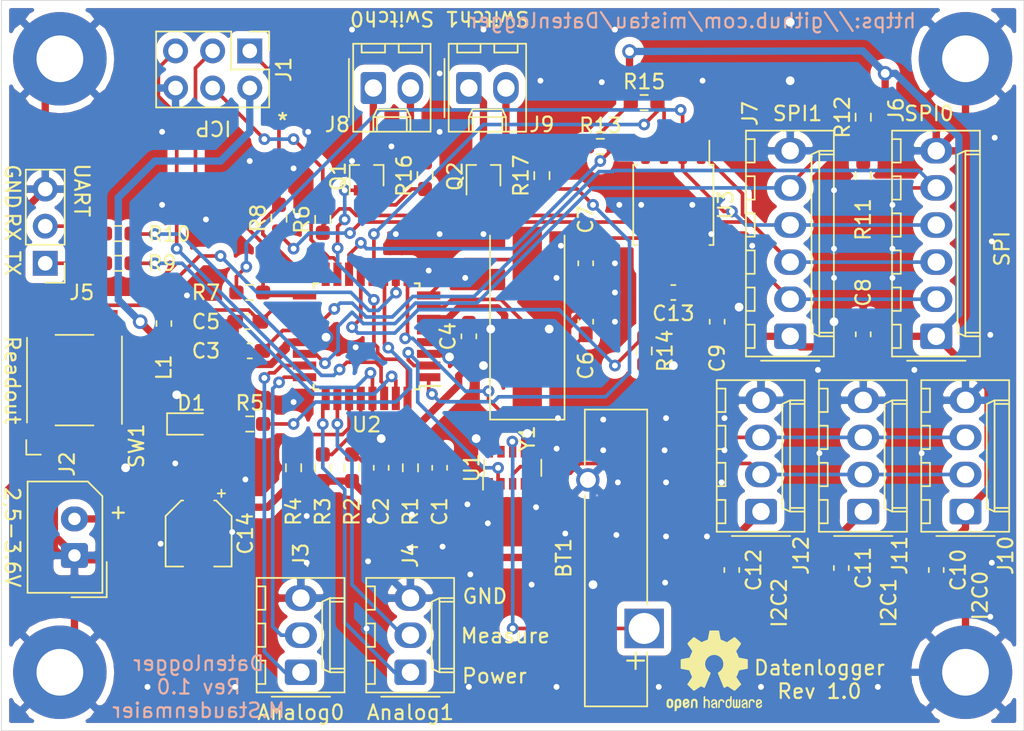
<source format=kicad_pcb>
(kicad_pcb (version 20171130) (host pcbnew 5.1.7-a382d34a8~88~ubuntu18.04.1)
  (layers (0 F.Cu signal) (31 B.Cu signal) (34 B.Paste user) (35 F.Paste user) (36 B.SilkS user) (37 F.SilkS user) (38 B.Mask user) (39 F.Mask user) (44 Edge.Cuts user))
  (net 0 "")
  (net 1 "Net-(BT1-Pad1)")
  (net 2 GND)
  (net 3 VDD)
  (net 4 /nReset)
  (net 5 "Net-(C5-Pad1)")
  (net 6 "Net-(D1-Pad2)")
  (net 7 /I_MISO)
  (net 8 /I_SCK)
  (net 9 /I_MOSI)
  (net 10 /AD0_PWR)
  (net 11 /AD0_MEASURE)
  (net 12 /AD1_MEASURE)
  (net 13 /AD1_PWR)
  (net 14 /MISO)
  (net 15 /MOSI)
  (net 16 /SCK)
  (net 17 /SPI0_nCS)
  (net 18 /SPI1_nCS)
  (net 19 /I2C_SDA)
  (net 20 /I2C_SCL)
  (net 21 /PSwitch0)
  (net 22 /PSwitch1)
  (net 23 /SCL)
  (net 24 /SDA)
  (net 25 /TXD)
  (net 26 /RXD)
  (net 27 /FLASH_nCS)
  (net 28 /FLASH_nWP)
  (net 29 /FLASH_nReset)
  (net 30 "Net-(SW1-Pad1)")
  (net 31 /nRTC_INT1)
  (net 32 /nRTC_INT2)
  (net 33 "Net-(J5-Pad1)")
  (net 34 "Net-(J5-Pad2)")
  (net 35 "Net-(J8-Pad1)")
  (net 36 "Net-(J8-Pad2)")
  (net 37 "Net-(J9-Pad2)")
  (net 38 "Net-(J9-Pad1)")
  (net 39 "Net-(C1-Pad1)")
  (net 40 "Net-(C3-Pad1)")
  (net 41 "Net-(C6-Pad2)")
  (net 42 "Net-(C7-Pad2)")
  (net 43 "Net-(R5-Pad2)")
  (module Symbol:OSHW-Logo2_7.3x6mm_SilkScreen (layer F.Cu) (at 208.8 105.9)
    (fp_text reference REF** hide)
    (fp_text value OSHW-Logo2_7.3x6mm_SilkScreen hide)
  )
  (module Connector_PinHeader_2.54mm:PinHeader_2x03_P2.54mm_Vertical (layer F.Cu) (at 177 63.46 270)
    (fp_text reference J1 (at 1.27 -2.33 90) (layer F.SilkS))
    (fp_text value AVR-ISP-6)
    (pad 1 thru_hole rect (at 0 0 270) (size 1.7 1.7) (drill 1) (layers *.Cu *.Mask) (net 7 /I_MISO))
    (pad 2 thru_hole oval (at 2.54 0 270) (size 1.7 1.7) (drill 1) (layers *.Cu *.Mask) (net 3 VDD))
    (pad 3 thru_hole oval (at 0 2.54 270) (size 1.7 1.7) (drill 1) (layers *.Cu *.Mask) (net 8 /I_SCK))
    (pad 4 thru_hole oval (at 2.54 2.54 270) (size 1.7 1.7) (drill 1) (layers *.Cu *.Mask) (net 9 /I_MOSI))
    (pad 5 thru_hole oval (at 0 5.08 270) (size 1.7 1.7) (drill 1) (layers *.Cu *.Mask) (net 4 /nReset))
    (pad 6 thru_hole oval (at 2.54 5.08 270) (size 1.7 1.7) (drill 1) (layers *.Cu *.Mask) (net 2 GND))
  )
  (module Capacitor_SMD:CP_Elec_4x5.4 (layer F.Cu) (at 173.5 96.5 270)
    (fp_text reference C14 (at 0 -3.2 90) (layer F.SilkS))
    (fp_text value 10uF)
    (pad 2 smd roundrect (at 1.8 0 270) (size 2.6 1.6) (layers F.Cu F.Paste F.Mask) (roundrect_rratio 0.15625) (net 2 GND))
    (pad 1 smd roundrect (at -1.8 0 270) (size 2.6 1.6) (layers F.Cu F.Paste F.Mask) (roundrect_rratio 0.15625) (net 3 VDD))
  )
  (module Battery:Battery_Panasonic_CR2032-VS1N_Vertical_CircularHoles (layer F.Cu) (at 204 103 90)
    (fp_text reference BT1 (at 4.825 -5.5 90) (layer F.SilkS))
    (fp_text value CR2032)
    (fp_text user + (at -2.2 -0.7 90) (layer F.SilkS) (effects (font (size 1.5 1.5))))
    (pad 1 thru_hole rect (at 0 0 180) (size 2.7 2.7) (drill 2.12) (layers *.Cu *.Mask) (net 1 "Net-(BT1-Pad1)"))
    (pad 2 thru_hole circle (at 10.17 -3.85 90) (size 1.6 1.6) (drill 1.09) (layers *.Cu *.Mask) (net 2 GND))
  )
  (module Capacitor_SMD:C_0603_1608Metric_Pad1.08x0.95mm_HandSolder (layer F.Cu) (at 190 92 90)
    (fp_text reference C1 (at -3 0 90) (layer F.SilkS))
    (fp_text value 100nF)
    (pad 1 smd roundrect (at -0.8625 0 90) (size 1.075 0.95) (layers F.Cu F.Paste F.Mask) (net 39 "Net-(C1-Pad1)"))
    (pad 2 smd roundrect (at 0.8625 0 90) (size 1.075 0.95) (layers F.Cu F.Paste F.Mask) (net 2 GND))
  )
  (module Capacitor_SMD:C_0603_1608Metric_Pad1.08x0.95mm_HandSolder (layer F.Cu) (at 186 92 90)
    (fp_text reference C2 (at -3 0 90) (layer F.SilkS))
    (fp_text value 47nF)
    (pad 2 smd roundrect (at 0.8625 0 90) (size 1.075 0.95) (layers F.Cu F.Paste F.Mask) (net 2 GND))
    (pad 1 smd roundrect (at -0.8625 0 90) (size 1.075 0.95) (layers F.Cu F.Paste F.Mask) (net 4 /nReset))
  )
  (module Capacitor_SMD:C_0603_1608Metric_Pad1.08x0.95mm_HandSolder (layer F.Cu) (at 177 84 180)
    (fp_text reference C3 (at 3 0) (layer F.SilkS))
    (fp_text value 100nF)
    (pad 1 smd roundrect (at -0.8625 0 180) (size 1.075 0.95) (layers F.Cu F.Paste F.Mask) (net 40 "Net-(C3-Pad1)"))
    (pad 2 smd roundrect (at 0.8625 0 180) (size 1.075 0.95) (layers F.Cu F.Paste F.Mask) (net 2 GND))
  )
  (module Capacitor_SMD:C_0603_1608Metric_Pad1.08x0.95mm_HandSolder (layer F.Cu) (at 192 83 90)
    (fp_text reference C4 (at 0 -1.43 90) (layer F.SilkS))
    (fp_text value 100nF)
    (pad 2 smd roundrect (at 0.8625 0 90) (size 1.075 0.95) (layers F.Cu F.Paste F.Mask) (net 2 GND))
    (pad 1 smd roundrect (at -0.8625 0 90) (size 1.075 0.95) (layers F.Cu F.Paste F.Mask) (net 3 VDD))
  )
  (module Capacitor_SMD:C_0603_1608Metric_Pad1.08x0.95mm_HandSolder (layer F.Cu) (at 176.8625 82 180)
    (fp_text reference C5 (at 2.8625 0) (layer F.SilkS))
    (fp_text value 100nF)
    (pad 1 smd roundrect (at -0.8625 0 180) (size 1.075 0.95) (layers F.Cu F.Paste F.Mask) (net 5 "Net-(C5-Pad1)"))
    (pad 2 smd roundrect (at 0.8625 0 180) (size 1.075 0.95) (layers F.Cu F.Paste F.Mask) (net 2 GND))
  )
  (module Capacitor_SMD:C_0603_1608Metric_Pad1.08x0.95mm_HandSolder (layer F.Cu) (at 200 82 270)
    (fp_text reference C6 (at 3 0 90) (layer F.SilkS))
    (fp_text value 12pF)
    (pad 2 smd roundrect (at 0.8625 0 270) (size 1.075 0.95) (layers F.Cu F.Paste F.Mask) (net 41 "Net-(C6-Pad2)"))
    (pad 1 smd roundrect (at -0.8625 0 270) (size 1.075 0.95) (layers F.Cu F.Paste F.Mask) (net 2 GND))
  )
  (module Capacitor_SMD:C_0603_1608Metric_Pad1.08x0.95mm_HandSolder (layer F.Cu) (at 200 78 90)
    (fp_text reference C7 (at 3 0 90) (layer F.SilkS))
    (fp_text value 12pF)
    (pad 2 smd roundrect (at 0.8625 0 90) (size 1.075 0.95) (layers F.Cu F.Paste F.Mask) (net 42 "Net-(C7-Pad2)"))
    (pad 1 smd roundrect (at -0.8625 0 90) (size 1.075 0.95) (layers F.Cu F.Paste F.Mask) (net 2 GND))
  )
  (module Capacitor_SMD:C_0603_1608Metric_Pad1.08x0.95mm_HandSolder (layer F.Cu) (at 219 82.8625 90)
    (fp_text reference C8 (at 2.8625 0 90) (layer F.SilkS))
    (fp_text value 100nF)
    (pad 1 smd roundrect (at -0.8625 0 90) (size 1.075 0.95) (layers F.Cu F.Paste F.Mask) (net 3 VDD))
    (pad 2 smd roundrect (at 0.8625 0 90) (size 1.075 0.95) (layers F.Cu F.Paste F.Mask) (net 2 GND))
  )
  (module Capacitor_SMD:C_0603_1608Metric_Pad1.08x0.95mm_HandSolder (layer F.Cu) (at 209 82 90)
    (fp_text reference C9 (at -2.5 0 270) (layer F.SilkS))
    (fp_text value 100nF)
    (pad 2 smd roundrect (at 0.8625 0 90) (size 1.075 0.95) (layers F.Cu F.Paste F.Mask) (net 2 GND))
    (pad 1 smd roundrect (at -0.8625 0 90) (size 1.075 0.95) (layers F.Cu F.Paste F.Mask) (net 3 VDD))
  )
  (module Capacitor_SMD:C_0603_1608Metric_Pad1.08x0.95mm_HandSolder (layer F.Cu) (at 224 99 270)
    (fp_text reference C10 (at 0 -1.5 90) (layer F.SilkS))
    (fp_text value 100nF)
    (pad 1 smd roundrect (at -0.8625 0 270) (size 1.075 0.95) (layers F.Cu F.Paste F.Mask) (net 3 VDD))
    (pad 2 smd roundrect (at 0.8625 0 270) (size 1.075 0.95) (layers F.Cu F.Paste F.Mask) (net 2 GND))
  )
  (module Capacitor_SMD:C_0603_1608Metric_Pad1.08x0.95mm_HandSolder (layer F.Cu) (at 217.5 98.8625 270)
    (fp_text reference C11 (at 0 -1.5 90) (layer F.SilkS))
    (fp_text value 100nF)
    (pad 2 smd roundrect (at 0.8625 0 270) (size 1.075 0.95) (layers F.Cu F.Paste F.Mask) (net 2 GND))
    (pad 1 smd roundrect (at -0.8625 0 270) (size 1.075 0.95) (layers F.Cu F.Paste F.Mask) (net 3 VDD))
  )
  (module Capacitor_SMD:C_0603_1608Metric_Pad1.08x0.95mm_HandSolder (layer F.Cu) (at 210 99 270)
    (fp_text reference C12 (at 0 -1.5 90) (layer F.SilkS))
    (fp_text value 100nF)
    (pad 1 smd roundrect (at -0.8625 0 270) (size 1.075 0.95) (layers F.Cu F.Paste F.Mask) (net 3 VDD))
    (pad 2 smd roundrect (at 0.8625 0 270) (size 1.075 0.95) (layers F.Cu F.Paste F.Mask) (net 2 GND))
  )
  (module Capacitor_SMD:C_0603_1608Metric_Pad1.08x0.95mm_HandSolder (layer F.Cu) (at 206 80 180)
    (fp_text reference C13 (at 0 -1.43) (layer F.SilkS))
    (fp_text value 100nF)
    (pad 2 smd roundrect (at 0.8625 0 180) (size 1.075 0.95) (layers F.Cu F.Paste F.Mask) (net 3 VDD))
    (pad 1 smd roundrect (at -0.8625 0 180) (size 1.075 0.95) (layers F.Cu F.Paste F.Mask) (net 2 GND))
  )
  (module Diode_SMD:D_0603_1608Metric_Pad1.05x0.95mm_HandSolder (layer F.Cu) (at 173 89)
    (fp_text reference D1 (at 0 -1.43) (layer F.SilkS))
    (fp_text value green)
    (pad 1 smd roundrect (at -0.875 0) (size 1.05 0.95) (layers F.Cu F.Paste F.Mask) (net 2 GND))
    (pad 2 smd roundrect (at 0.875 0) (size 1.05 0.95) (layers F.Cu F.Paste F.Mask) (net 6 "Net-(D1-Pad2)"))
  )
  (module MountingHole:MountingHole_3.2mm_M3_Pad_TopBottom (layer F.Cu) (at 164 106)
    (fp_text reference H1 hide)
    (fp_text value H hide)
    (pad 1 connect circle (at 0 0) (size 6.4 6.4) (layers B.Cu B.Mask) (net 2 GND))
    (pad 1 connect circle (at 0 0) (size 6.4 6.4) (layers F.Cu F.Mask) (net 2 GND))
    (pad 1 thru_hole circle (at 0 0) (size 3.6 3.6) (drill 3.2) (layers *.Cu *.Mask) (net 2 GND))
  )
  (module MountingHole:MountingHole_3.2mm_M3_Pad_TopBottom (layer F.Cu) (at 164 64)
    (fp_text reference H2 hide)
    (fp_text value H hide)
    (pad 1 thru_hole circle (at 0 0) (size 3.6 3.6) (drill 3.2) (layers *.Cu *.Mask) (net 2 GND))
    (pad 1 connect circle (at 0 0) (size 6.4 6.4) (layers F.Cu F.Mask) (net 2 GND))
    (pad 1 connect circle (at 0 0) (size 6.4 6.4) (layers B.Cu B.Mask) (net 2 GND))
  )
  (module MountingHole:MountingHole_3.2mm_M3_Pad_TopBottom (layer F.Cu) (at 226 64)
    (fp_text reference H3 hide)
    (fp_text value H hide)
    (pad 1 thru_hole circle (at 0 0) (size 3.6 3.6) (drill 3.2) (layers *.Cu *.Mask) (net 2 GND))
    (pad 1 connect circle (at 0 0) (size 6.4 6.4) (layers F.Cu F.Mask) (net 2 GND))
    (pad 1 connect circle (at 0 0) (size 6.4 6.4) (layers B.Cu B.Mask) (net 2 GND))
  )
  (module MountingHole:MountingHole_3.2mm_M3_Pad_TopBottom (layer F.Cu) (at 226 106)
    (fp_text reference H4 hide)
    (fp_text value H hide)
    (pad 1 connect circle (at 0 0) (size 6.4 6.4) (layers B.Cu B.Mask) (net 2 GND))
    (pad 1 connect circle (at 0 0) (size 6.4 6.4) (layers F.Cu F.Mask) (net 2 GND))
    (pad 1 thru_hole circle (at 0 0) (size 3.6 3.6) (drill 3.2) (layers *.Cu *.Mask) (net 2 GND))
  )
  (module Connector_Molex:Molex_SPOX_5267-02A_1x02_P2.50mm_Vertical (layer F.Cu) (at 165 98 90)
    (fp_text reference J2 (at 6.25 -0.5 90) (layer F.SilkS))
    (fp_text value PWR)
    (pad 1 thru_hole roundrect (at 0 0 90) (size 1.7 1.85) (drill 0.85) (layers *.Cu *.Mask) (roundrect_rratio 0.147059) (net 2 GND))
    (pad 2 thru_hole oval (at 2.5 0 90) (size 1.7 1.85) (drill 0.85) (layers *.Cu *.Mask) (net 3 VDD))
  )
  (module Connector_Molex:Molex_KK-254_AE-6410-03A_1x03_P2.54mm_Vertical (layer F.Cu) (at 180.5 106 90)
    (fp_text reference J3 (at 8 0 90) (layer F.SilkS))
    (fp_text value Measure0)
    (pad 1 thru_hole roundrect (at 0 0 90) (size 1.74 2.19) (drill 1.19) (layers *.Cu *.Mask) (roundrect_rratio 0.143678) (net 10 /AD0_PWR))
    (pad 2 thru_hole oval (at 2.54 0 90) (size 1.74 2.19) (drill 1.19) (layers *.Cu *.Mask) (net 11 /AD0_MEASURE))
    (pad 3 thru_hole oval (at 5.08 0 90) (size 1.74 2.19) (drill 1.19) (layers *.Cu *.Mask) (net 2 GND))
  )
  (module Connector_Molex:Molex_KK-254_AE-6410-03A_1x03_P2.54mm_Vertical (layer F.Cu) (at 188 106 90)
    (fp_text reference J4 (at 8 0 90) (layer F.SilkS))
    (fp_text value Measure1)
    (pad 3 thru_hole oval (at 5.08 0 90) (size 1.74 2.19) (drill 1.19) (layers *.Cu *.Mask) (net 2 GND))
    (pad 2 thru_hole oval (at 2.54 0 90) (size 1.74 2.19) (drill 1.19) (layers *.Cu *.Mask) (net 12 /AD1_MEASURE))
    (pad 1 thru_hole roundrect (at 0 0 90) (size 1.74 2.19) (drill 1.19) (layers *.Cu *.Mask) (roundrect_rratio 0.143678) (net 13 /AD1_PWR))
  )
  (module Connector_PinHeader_2.54mm:PinHeader_1x03_P2.54mm_Vertical (layer F.Cu) (at 163 78 180)
    (fp_text reference J5 (at -2.5 -2) (layer F.SilkS))
    (fp_text value serial)
    (pad 1 thru_hole rect (at 0 0 180) (size 1.7 1.7) (drill 1) (layers *.Cu *.Mask) (net 33 "Net-(J5-Pad1)"))
    (pad 2 thru_hole oval (at 0 2.54 180) (size 1.7 1.7) (drill 1) (layers *.Cu *.Mask) (net 34 "Net-(J5-Pad2)"))
    (pad 3 thru_hole oval (at 0 5.08 180) (size 1.7 1.7) (drill 1) (layers *.Cu *.Mask) (net 2 GND))
  )
  (module Connector_Molex:Molex_KK-254_AE-6410-06A_1x06_P2.54mm_Vertical (layer F.Cu) (at 224 83 90)
    (fp_text reference J6 (at 15.5 -2.75 90) (layer F.SilkS))
    (fp_text value SPI0)
    (pad 1 thru_hole roundrect (at 0 0 90) (size 1.74 2.19) (drill 1.19) (layers *.Cu *.Mask) (roundrect_rratio 0.143678) (net 3 VDD))
    (pad 2 thru_hole oval (at 2.54 0 90) (size 1.74 2.19) (drill 1.19) (layers *.Cu *.Mask) (net 14 /MISO))
    (pad 3 thru_hole oval (at 5.08 0 90) (size 1.74 2.19) (drill 1.19) (layers *.Cu *.Mask) (net 15 /MOSI))
    (pad 4 thru_hole oval (at 7.62 0 90) (size 1.74 2.19) (drill 1.19) (layers *.Cu *.Mask) (net 16 /SCK))
    (pad 5 thru_hole oval (at 10.16 0 90) (size 1.74 2.19) (drill 1.19) (layers *.Cu *.Mask) (net 17 /SPI0_nCS))
    (pad 6 thru_hole oval (at 12.7 0 90) (size 1.74 2.19) (drill 1.19) (layers *.Cu *.Mask) (net 2 GND))
  )
  (module Connector_Molex:Molex_KK-254_AE-6410-06A_1x06_P2.54mm_Vertical (layer F.Cu) (at 214 83 90)
    (fp_text reference J7 (at 15.25 -2.75 90) (layer F.SilkS))
    (fp_text value SPI1)
    (pad 6 thru_hole oval (at 12.7 0 90) (size 1.74 2.19) (drill 1.19) (layers *.Cu *.Mask) (net 2 GND))
    (pad 5 thru_hole oval (at 10.16 0 90) (size 1.74 2.19) (drill 1.19) (layers *.Cu *.Mask) (net 18 /SPI1_nCS))
    (pad 4 thru_hole oval (at 7.62 0 90) (size 1.74 2.19) (drill 1.19) (layers *.Cu *.Mask) (net 16 /SCK))
    (pad 3 thru_hole oval (at 5.08 0 90) (size 1.74 2.19) (drill 1.19) (layers *.Cu *.Mask) (net 15 /MOSI))
    (pad 2 thru_hole oval (at 2.54 0 90) (size 1.74 2.19) (drill 1.19) (layers *.Cu *.Mask) (net 14 /MISO))
    (pad 1 thru_hole roundrect (at 0 0 90) (size 1.74 2.19) (drill 1.19) (layers *.Cu *.Mask) (roundrect_rratio 0.143678) (net 3 VDD))
  )
  (module Connector_Molex:Molex_KK-254_AE-6410-02A_1x02_P2.54mm_Vertical (layer F.Cu) (at 185.46 66)
    (fp_text reference J8 (at -2.46 2.5) (layer F.SilkS))
    (fp_text value PSwitch0)
    (pad 1 thru_hole roundrect (at 0 0) (size 1.74 2.19) (drill 1.19) (layers *.Cu *.Mask) (roundrect_rratio 0.143678) (net 35 "Net-(J8-Pad1)"))
    (pad 2 thru_hole oval (at 2.54 0) (size 1.74 2.19) (drill 1.19) (layers *.Cu *.Mask) (net 36 "Net-(J8-Pad2)"))
  )
  (module Connector_Molex:Molex_KK-254_AE-6410-02A_1x02_P2.54mm_Vertical (layer F.Cu) (at 192 66)
    (fp_text reference J9 (at 5 2.5) (layer F.SilkS))
    (fp_text value PSwitch1)
    (pad 2 thru_hole oval (at 2.54 0) (size 1.74 2.19) (drill 1.19) (layers *.Cu *.Mask) (net 37 "Net-(J9-Pad2)"))
    (pad 1 thru_hole roundrect (at 0 0) (size 1.74 2.19) (drill 1.19) (layers *.Cu *.Mask) (roundrect_rratio 0.143678) (net 38 "Net-(J9-Pad1)"))
  )
  (module Connector_Molex:Molex_KK-254_AE-6410-04A_1x04_P2.54mm_Vertical (layer F.Cu) (at 226 95 90)
    (fp_text reference J10 (at -3 2.75 90) (layer F.SilkS))
    (fp_text value I2C0)
    (pad 1 thru_hole roundrect (at 0 0 90) (size 1.74 2.19) (drill 1.19) (layers *.Cu *.Mask) (roundrect_rratio 0.143678) (net 3 VDD))
    (pad 2 thru_hole oval (at 2.54 0 90) (size 1.74 2.19) (drill 1.19) (layers *.Cu *.Mask) (net 19 /I2C_SDA))
    (pad 3 thru_hole oval (at 5.08 0 90) (size 1.74 2.19) (drill 1.19) (layers *.Cu *.Mask) (net 20 /I2C_SCL))
    (pad 4 thru_hole oval (at 7.62 0 90) (size 1.74 2.19) (drill 1.19) (layers *.Cu *.Mask) (net 2 GND))
  )
  (module Connector_Molex:Molex_KK-254_AE-6410-04A_1x04_P2.54mm_Vertical (layer F.Cu) (at 219 95 90)
    (fp_text reference J11 (at -3 2.5 90) (layer F.SilkS))
    (fp_text value I2C1)
    (pad 4 thru_hole oval (at 7.62 0 90) (size 1.74 2.19) (drill 1.19) (layers *.Cu *.Mask) (net 2 GND))
    (pad 3 thru_hole oval (at 5.08 0 90) (size 1.74 2.19) (drill 1.19) (layers *.Cu *.Mask) (net 20 /I2C_SCL))
    (pad 2 thru_hole oval (at 2.54 0 90) (size 1.74 2.19) (drill 1.19) (layers *.Cu *.Mask) (net 19 /I2C_SDA))
    (pad 1 thru_hole roundrect (at 0 0 90) (size 1.74 2.19) (drill 1.19) (layers *.Cu *.Mask) (roundrect_rratio 0.143678) (net 3 VDD))
  )
  (module Connector_Molex:Molex_KK-254_AE-6410-04A_1x04_P2.54mm_Vertical (layer F.Cu) (at 212 95 90)
    (fp_text reference J12 (at -3 2.75 90) (layer F.SilkS))
    (fp_text value I2C2)
    (pad 4 thru_hole oval (at 7.62 0 90) (size 1.74 2.19) (drill 1.19) (layers *.Cu *.Mask) (net 2 GND))
    (pad 3 thru_hole oval (at 5.08 0 90) (size 1.74 2.19) (drill 1.19) (layers *.Cu *.Mask) (net 20 /I2C_SCL))
    (pad 2 thru_hole oval (at 2.54 0 90) (size 1.74 2.19) (drill 1.19) (layers *.Cu *.Mask) (net 19 /I2C_SDA))
    (pad 1 thru_hole roundrect (at 0 0 90) (size 1.74 2.19) (drill 1.19) (layers *.Cu *.Mask) (roundrect_rratio 0.143678) (net 3 VDD))
  )
  (module Inductor_SMD:L_0603_1608Metric_Pad1.05x0.95mm_HandSolder (layer F.Cu) (at 171.125 82.125 90)
    (fp_text reference L1 (at -3 0 90) (layer F.SilkS))
    (fp_text value 10uH)
    (pad 1 smd roundrect (at -0.875 0 90) (size 1.05 0.95) (layers F.Cu F.Paste F.Mask) (net 3 VDD))
    (pad 2 smd roundrect (at 0.875 0 90) (size 1.05 0.95) (layers F.Cu F.Paste F.Mask) (net 5 "Net-(C5-Pad1)"))
  )
  (module Package_TO_SOT_SMD:SOT-323_SC-70 (layer F.Cu) (at 185 72 90)
    (fp_text reference Q1 (at -0.05 -1.95 90) (layer F.SilkS))
    (fp_text value BSS214NW)
    (pad 3 smd rect (at 1 0) (size 0.45 0.7) (layers F.Cu F.Paste F.Mask) (net 35 "Net-(J8-Pad1)"))
    (pad 2 smd rect (at -1 0.65) (size 0.45 0.7) (layers F.Cu F.Paste F.Mask) (net 36 "Net-(J8-Pad2)"))
    (pad 1 smd rect (at -1 -0.65) (size 0.45 0.7) (layers F.Cu F.Paste F.Mask) (net 21 /PSwitch0))
  )
  (module Package_TO_SOT_SMD:SOT-323_SC-70 (layer F.Cu) (at 193 72 90)
    (fp_text reference Q2 (at -0.05 -1.95 90) (layer F.SilkS))
    (fp_text value BSS214NW)
    (pad 1 smd rect (at -1 -0.65) (size 0.45 0.7) (layers F.Cu F.Paste F.Mask) (net 22 /PSwitch1))
    (pad 2 smd rect (at -1 0.65) (size 0.45 0.7) (layers F.Cu F.Paste F.Mask) (net 37 "Net-(J9-Pad2)"))
    (pad 3 smd rect (at 1 0) (size 0.45 0.7) (layers F.Cu F.Paste F.Mask) (net 38 "Net-(J9-Pad1)"))
  )
  (module Resistor_SMD:R_0603_1608Metric_Pad0.98x0.95mm_HandSolder (layer F.Cu) (at 188 92 90)
    (fp_text reference R1 (at -3 0 90) (layer F.SilkS))
    (fp_text value 1k)
    (pad 1 smd roundrect (at -0.9125 0 90) (size 0.975 0.95) (layers F.Cu F.Paste F.Mask) (net 3 VDD))
    (pad 2 smd roundrect (at 0.9125 0 90) (size 0.975 0.95) (layers F.Cu F.Paste F.Mask) (net 39 "Net-(C1-Pad1)"))
  )
  (module Resistor_SMD:R_0603_1608Metric_Pad0.98x0.95mm_HandSolder (layer F.Cu) (at 184 92 90)
    (fp_text reference R2 (at -3 0 90) (layer F.SilkS))
    (fp_text value 10k)
    (pad 2 smd roundrect (at 0.9125 0 90) (size 0.975 0.95) (layers F.Cu F.Paste F.Mask) (net 4 /nReset))
    (pad 1 smd roundrect (at -0.9125 0 90) (size 0.975 0.95) (layers F.Cu F.Paste F.Mask) (net 3 VDD))
  )
  (module Resistor_SMD:R_0603_1608Metric_Pad0.98x0.95mm_HandSolder (layer F.Cu) (at 182 92 90)
    (fp_text reference R3 (at -3 0 90) (layer F.SilkS))
    (fp_text value 4k7)
    (pad 2 smd roundrect (at 0.9125 0 90) (size 0.975 0.95) (layers F.Cu F.Paste F.Mask) (net 23 /SCL))
    (pad 1 smd roundrect (at -0.9125 0 90) (size 0.975 0.95) (layers F.Cu F.Paste F.Mask) (net 3 VDD))
  )
  (module Resistor_SMD:R_0603_1608Metric_Pad0.98x0.95mm_HandSolder (layer F.Cu) (at 180 92 90)
    (fp_text reference R4 (at -3 0 90) (layer F.SilkS))
    (fp_text value 4k7)
    (pad 1 smd roundrect (at -0.9125 0 90) (size 0.975 0.95) (layers F.Cu F.Paste F.Mask) (net 3 VDD))
    (pad 2 smd roundrect (at 0.9125 0 90) (size 0.975 0.95) (layers F.Cu F.Paste F.Mask) (net 24 /SDA))
  )
  (module Resistor_SMD:R_0603_1608Metric_Pad0.98x0.95mm_HandSolder (layer F.Cu) (at 177 89)
    (fp_text reference R5 (at 0 -1.43) (layer F.SilkS))
    (fp_text value 1k)
    (pad 1 smd roundrect (at -0.9125 0) (size 0.975 0.95) (layers F.Cu F.Paste F.Mask) (net 6 "Net-(D1-Pad2)"))
    (pad 2 smd roundrect (at 0.9125 0) (size 0.975 0.95) (layers F.Cu F.Paste F.Mask) (net 43 "Net-(R5-Pad2)"))
  )
  (module Resistor_SMD:R_0603_1608Metric_Pad0.98x0.95mm_HandSolder (layer F.Cu) (at 182 75 90)
    (fp_text reference R6 (at 0 -1.43 90) (layer F.SilkS))
    (fp_text value 330)
    (pad 2 smd roundrect (at 0.9125 0 90) (size 0.975 0.95) (layers F.Cu F.Paste F.Mask) (net 9 /I_MOSI))
    (pad 1 smd roundrect (at -0.9125 0 90) (size 0.975 0.95) (layers F.Cu F.Paste F.Mask) (net 15 /MOSI))
  )
  (module Resistor_SMD:R_0603_1608Metric_Pad0.98x0.95mm_HandSolder (layer F.Cu) (at 177 80)
    (fp_text reference R7 (at -3 0) (layer F.SilkS))
    (fp_text value 330)
    (pad 1 smd roundrect (at -0.9125 0) (size 0.975 0.95) (layers F.Cu F.Paste F.Mask) (net 16 /SCK))
    (pad 2 smd roundrect (at 0.9125 0) (size 0.975 0.95) (layers F.Cu F.Paste F.Mask) (net 8 /I_SCK))
  )
  (module Resistor_SMD:R_0603_1608Metric_Pad0.98x0.95mm_HandSolder (layer F.Cu) (at 179 74.9125 90)
    (fp_text reference R8 (at 0 -1.43 90) (layer F.SilkS))
    (fp_text value 330)
    (pad 1 smd roundrect (at -0.9125 0 90) (size 0.975 0.95) (layers F.Cu F.Paste F.Mask) (net 14 /MISO))
    (pad 2 smd roundrect (at 0.9125 0 90) (size 0.975 0.95) (layers F.Cu F.Paste F.Mask) (net 7 /I_MISO))
  )
  (module Resistor_SMD:R_0603_1608Metric_Pad0.98x0.95mm_HandSolder (layer F.Cu) (at 168 78)
    (fp_text reference R9 (at 3 0) (layer F.SilkS))
    (fp_text value 56)
    (pad 1 smd roundrect (at -0.9125 0) (size 0.975 0.95) (layers F.Cu F.Paste F.Mask) (net 33 "Net-(J5-Pad1)"))
    (pad 2 smd roundrect (at 0.9125 0) (size 0.975 0.95) (layers F.Cu F.Paste F.Mask) (net 25 /TXD))
  )
  (module Resistor_SMD:R_0603_1608Metric_Pad0.98x0.95mm_HandSolder (layer F.Cu) (at 168 75.965001)
    (fp_text reference R10 (at 3.5 0.034999) (layer F.SilkS))
    (fp_text value 56)
    (pad 2 smd roundrect (at 0.9125 0) (size 0.975 0.95) (layers F.Cu F.Paste F.Mask) (net 26 /RXD))
    (pad 1 smd roundrect (at -0.9125 0) (size 0.975 0.95) (layers F.Cu F.Paste F.Mask) (net 34 "Net-(J5-Pad2)"))
  )
  (module Resistor_SMD:R_0603_1608Metric_Pad0.98x0.95mm_HandSolder (layer F.Cu) (at 219 72 270)
    (fp_text reference R11 (at 3 0 90) (layer F.SilkS))
    (fp_text value 4k7)
    (pad 2 smd roundrect (at 0.9125 0 270) (size 0.975 0.95) (layers F.Cu F.Paste F.Mask) (net 17 /SPI0_nCS))
    (pad 1 smd roundrect (at -0.9125 0 270) (size 0.975 0.95) (layers F.Cu F.Paste F.Mask) (net 3 VDD))
  )
  (module Resistor_SMD:R_0603_1608Metric_Pad0.98x0.95mm_HandSolder (layer F.Cu) (at 219 68 90)
    (fp_text reference R12 (at 0 -1.43 90) (layer F.SilkS))
    (fp_text value 4k7)
    (pad 1 smd roundrect (at -0.9125 0 90) (size 0.975 0.95) (layers F.Cu F.Paste F.Mask) (net 3 VDD))
    (pad 2 smd roundrect (at 0.9125 0 90) (size 0.975 0.95) (layers F.Cu F.Paste F.Mask) (net 18 /SPI1_nCS))
  )
  (module Resistor_SMD:R_0603_1608Metric_Pad0.98x0.95mm_HandSolder (layer F.Cu) (at 201 70)
    (fp_text reference R13 (at 0 -1.43) (layer F.SilkS))
    (fp_text value 4k7)
    (pad 1 smd roundrect (at -0.9125 0) (size 0.975 0.95) (layers F.Cu F.Paste F.Mask) (net 3 VDD))
    (pad 2 smd roundrect (at 0.9125 0) (size 0.975 0.95) (layers F.Cu F.Paste F.Mask) (net 27 /FLASH_nCS))
  )
  (module Resistor_SMD:R_0603_1608Metric_Pad0.98x0.95mm_HandSolder (layer F.Cu) (at 204 84 270)
    (fp_text reference R14 (at 0 -1.43 90) (layer F.SilkS))
    (fp_text value 4k7)
    (pad 2 smd roundrect (at 0.9125 0 270) (size 0.975 0.95) (layers F.Cu F.Paste F.Mask) (net 2 GND))
    (pad 1 smd roundrect (at -0.9125 0 270) (size 0.975 0.95) (layers F.Cu F.Paste F.Mask) (net 28 /FLASH_nWP))
  )
  (module Resistor_SMD:R_0603_1608Metric_Pad0.98x0.95mm_HandSolder (layer F.Cu) (at 204 67)
    (fp_text reference R15 (at 0 -1.43) (layer F.SilkS))
    (fp_text value 4k7)
    (pad 1 smd roundrect (at -0.9125 0) (size 0.975 0.95) (layers F.Cu F.Paste F.Mask) (net 3 VDD))
    (pad 2 smd roundrect (at 0.9125 0) (size 0.975 0.95) (layers F.Cu F.Paste F.Mask) (net 29 /FLASH_nReset))
  )
  (module Resistor_SMD:R_0603_1608Metric_Pad0.98x0.95mm_HandSolder (layer F.Cu) (at 189 72 90)
    (fp_text reference R16 (at 0 -1.43 90) (layer F.SilkS))
    (fp_text value 10k)
    (pad 2 smd roundrect (at 0.9125 0 90) (size 0.975 0.95) (layers F.Cu F.Paste F.Mask) (net 36 "Net-(J8-Pad2)"))
    (pad 1 smd roundrect (at -0.9125 0 90) (size 0.975 0.95) (layers F.Cu F.Paste F.Mask) (net 21 /PSwitch0))
  )
  (module Resistor_SMD:R_0603_1608Metric_Pad0.98x0.95mm_HandSolder (layer F.Cu) (at 197 72 90)
    (fp_text reference R17 (at 0 -1.43 90) (layer F.SilkS))
    (fp_text value 10k)
    (pad 1 smd roundrect (at -0.9125 0 90) (size 0.975 0.95) (layers F.Cu F.Paste F.Mask) (net 22 /PSwitch1))
    (pad 2 smd roundrect (at 0.9125 0 90) (size 0.975 0.95) (layers F.Cu F.Paste F.Mask) (net 37 "Net-(J9-Pad2)"))
  )
  (module Button_Switch_SMD:SW_SPST_Omron_B3FS-100xP (layer F.Cu) (at 165 86 90)
    (fp_text reference SW1 (at -4.5 4.25 90) (layer F.SilkS))
    (fp_text value SW_MEC_5G)
    (pad 2 smd rect (at 4 -2.25 270) (size 1.6 1.4) (layers F.Cu F.Paste F.Mask) (net 30 "Net-(SW1-Pad1)"))
    (pad 1 smd rect (at -4 -2.25 270) (size 1.6 1.4) (layers F.Cu F.Paste F.Mask) (net 30 "Net-(SW1-Pad1)"))
    (pad 4 smd rect (at 4 2.25 270) (size 1.6 1.4) (layers F.Cu F.Paste F.Mask) (net 2 GND))
    (pad 3 smd rect (at -4 2.25 270) (size 1.6 1.4) (layers F.Cu F.Paste F.Mask) (net 2 GND))
  )
  (module Package_SON:RTC_SMD_MicroCrystal_C3_2.5x3.7mm (layer F.Cu) (at 195 92 90)
    (fp_text reference U1 (at 0 -2.8 90) (layer F.SilkS))
    (fp_text value RV-8523-C3)
    (pad 1 smd rect (at -1.1 -1.6 90) (size 0.8 0.5) (layers F.Cu F.Paste F.Mask) (net 39 "Net-(C1-Pad1)"))
    (pad 2 smd rect (at -1.1 -0.8 90) (size 0.8 0.5) (layers F.Cu F.Paste F.Mask) (net 31 /nRTC_INT1))
    (pad 3 smd rect (at -1.1 0 90) (size 0.8 0.5) (layers F.Cu F.Paste F.Mask) (net 20 /I2C_SCL))
    (pad 4 smd rect (at -1.1 0.8 90) (size 0.8 0.5) (layers F.Cu F.Paste F.Mask) (net 19 /I2C_SDA))
    (pad 5 smd rect (at -1.1 1.6 90) (size 0.8 0.5) (layers F.Cu F.Paste F.Mask))
    (pad 6 smd rect (at 1.1 1.6 90) (size 0.8 0.5) (layers F.Cu F.Paste F.Mask) (net 32 /nRTC_INT2))
    (pad 7 smd rect (at 1.1 0.8 90) (size 0.8 0.5) (layers F.Cu F.Paste F.Mask) (net 2 GND))
    (pad 8 smd rect (at 1.1 0 90) (size 0.8 0.5) (layers F.Cu F.Paste F.Mask) (net 1 "Net-(BT1-Pad1)"))
    (pad 9 smd rect (at 1.1 -0.8 90) (size 0.8 0.5) (layers F.Cu F.Paste F.Mask))
    (pad 10 smd rect (at 1.1 -1.6 90) (size 0.8 0.5) (layers F.Cu F.Paste F.Mask))
  )
  (module Package_QFP:TQFP-32_7x7mm_P0.8mm (layer F.Cu) (at 185 83 180)
    (fp_text reference U2 (at 0 -6.05) (layer F.SilkS))
    (fp_text value ATmega328P-AU)
    (pad 1 smd rect (at -4.25 -2.8 180) (size 1.6 0.55) (layers F.Cu F.Paste F.Mask) (net 22 /PSwitch1))
    (pad 2 smd rect (at -4.25 -2 180) (size 1.6 0.55) (layers F.Cu F.Paste F.Mask) (net 31 /nRTC_INT1))
    (pad 3 smd rect (at -4.25 -1.2 180) (size 1.6 0.55) (layers F.Cu F.Paste F.Mask) (net 2 GND))
    (pad 4 smd rect (at -4.25 -0.4 180) (size 1.6 0.55) (layers F.Cu F.Paste F.Mask) (net 3 VDD))
    (pad 5 smd rect (at -4.25 0.4 180) (size 1.6 0.55) (layers F.Cu F.Paste F.Mask) (net 2 GND))
    (pad 6 smd rect (at -4.25 1.2 180) (size 1.6 0.55) (layers F.Cu F.Paste F.Mask) (net 3 VDD))
    (pad 7 smd rect (at -4.25 2 180) (size 1.6 0.55) (layers F.Cu F.Paste F.Mask) (net 41 "Net-(C6-Pad2)"))
    (pad 8 smd rect (at -4.25 2.8 180) (size 1.6 0.55) (layers F.Cu F.Paste F.Mask) (net 42 "Net-(C7-Pad2)"))
    (pad 9 smd rect (at -2.8 4.25 270) (size 1.6 0.55) (layers F.Cu F.Paste F.Mask) (net 32 /nRTC_INT2))
    (pad 10 smd rect (at -2 4.25 270) (size 1.6 0.55) (layers F.Cu F.Paste F.Mask) (net 30 "Net-(SW1-Pad1)"))
    (pad 11 smd rect (at -1.2 4.25 270) (size 1.6 0.55) (layers F.Cu F.Paste F.Mask) (net 43 "Net-(R5-Pad2)"))
    (pad 12 smd rect (at -0.4 4.25 270) (size 1.6 0.55) (layers F.Cu F.Paste F.Mask) (net 29 /FLASH_nReset))
    (pad 13 smd rect (at 0.4 4.25 270) (size 1.6 0.55) (layers F.Cu F.Paste F.Mask) (net 28 /FLASH_nWP))
    (pad 14 smd rect (at 1.2 4.25 270) (size 1.6 0.55) (layers F.Cu F.Paste F.Mask) (net 27 /FLASH_nCS))
    (pad 15 smd rect (at 2 4.25 270) (size 1.6 0.55) (layers F.Cu F.Paste F.Mask) (net 9 /I_MOSI))
    (pad 16 smd rect (at 2.8 4.25 270) (size 1.6 0.55) (layers F.Cu F.Paste F.Mask) (net 7 /I_MISO))
    (pad 17 smd rect (at 4.25 2.8 180) (size 1.6 0.55) (layers F.Cu F.Paste F.Mask) (net 8 /I_SCK))
    (pad 18 smd rect (at 4.25 2 180) (size 1.6 0.55) (layers F.Cu F.Paste F.Mask) (net 5 "Net-(C5-Pad1)"))
    (pad 19 smd rect (at 4.25 1.2 180) (size 1.6 0.55) (layers F.Cu F.Paste F.Mask) (net 17 /SPI0_nCS))
    (pad 20 smd rect (at 4.25 0.4 180) (size 1.6 0.55) (layers F.Cu F.Paste F.Mask) (net 40 "Net-(C3-Pad1)"))
    (pad 21 smd rect (at 4.25 -0.4 180) (size 1.6 0.55) (layers F.Cu F.Paste F.Mask) (net 2 GND))
    (pad 22 smd rect (at 4.25 -1.2 180) (size 1.6 0.55) (layers F.Cu F.Paste F.Mask) (net 18 /SPI1_nCS))
    (pad 23 smd rect (at 4.25 -2 180) (size 1.6 0.55) (layers F.Cu F.Paste F.Mask) (net 10 /AD0_PWR))
    (pad 24 smd rect (at 4.25 -2.8 180) (size 1.6 0.55) (layers F.Cu F.Paste F.Mask) (net 11 /AD0_MEASURE))
    (pad 25 smd rect (at 2.8 -4.25 270) (size 1.6 0.55) (layers F.Cu F.Paste F.Mask) (net 13 /AD1_PWR))
    (pad 26 smd rect (at 2 -4.25 270) (size 1.6 0.55) (layers F.Cu F.Paste F.Mask) (net 12 /AD1_MEASURE))
    (pad 27 smd rect (at 1.2 -4.25 270) (size 1.6 0.55) (layers F.Cu F.Paste F.Mask) (net 24 /SDA))
    (pad 28 smd rect (at 0.4 -4.25 270) (size 1.6 0.55) (layers F.Cu F.Paste F.Mask) (net 23 /SCL))
    (pad 29 smd rect (at -0.4 -4.25 270) (size 1.6 0.55) (layers F.Cu F.Paste F.Mask) (net 4 /nReset))
    (pad 30 smd rect (at -1.2 -4.25 270) (size 1.6 0.55) (layers F.Cu F.Paste F.Mask) (net 26 /RXD))
    (pad 31 smd rect (at -2 -4.25 270) (size 1.6 0.55) (layers F.Cu F.Paste F.Mask) (net 25 /TXD))
    (pad 32 smd rect (at -2.8 -4.25 270) (size 1.6 0.55) (layers F.Cu F.Paste F.Mask) (net 21 /PSwitch0))
  )
  (module Package_SO:SOIC-8_5.275x5.275mm_P1.27mm (layer F.Cu) (at 206 74 270)
    (fp_text reference U3 (at 0 -3.59 90) (layer F.SilkS))
    (fp_text value AT45DB161D-SU)
    (pad 1 smd roundrect (at -3.6 -1.905 270) (size 1.6 0.6) (layers F.Cu F.Paste F.Mask) (net 15 /MOSI))
    (pad 2 smd roundrect (at -3.6 -0.635 270) (size 1.6 0.6) (layers F.Cu F.Paste F.Mask) (net 16 /SCK))
    (pad 3 smd roundrect (at -3.6 0.635 270) (size 1.6 0.6) (layers F.Cu F.Paste F.Mask) (net 29 /FLASH_nReset))
    (pad 4 smd roundrect (at -3.6 1.905 270) (size 1.6 0.6) (layers F.Cu F.Paste F.Mask) (net 27 /FLASH_nCS))
    (pad 5 smd roundrect (at 3.6 1.905 270) (size 1.6 0.6) (layers F.Cu F.Paste F.Mask) (net 28 /FLASH_nWP))
    (pad 6 smd roundrect (at 3.6 0.635 270) (size 1.6 0.6) (layers F.Cu F.Paste F.Mask) (net 3 VDD))
    (pad 7 smd roundrect (at 3.6 -0.635 270) (size 1.6 0.6) (layers F.Cu F.Paste F.Mask) (net 2 GND))
    (pad 8 smd roundrect (at 3.6 -1.905 270) (size 1.6 0.6) (layers F.Cu F.Paste F.Mask) (net 14 /MISO))
  )
  (module Crystal:Crystal_SMD_HC49-SD (layer F.Cu) (at 196 82 90)
    (fp_text reference Y1 (at -8 0 90) (layer F.SilkS))
    (fp_text value 11.0592MHz)
    (pad 1 smd rect (at -4.25 0 90) (size 4.5 2) (layers F.Cu F.Paste F.Mask) (net 41 "Net-(C6-Pad2)"))
    (pad 2 smd rect (at 4.25 0 90) (size 4.5 2) (layers F.Cu F.Paste F.Mask) (net 42 "Net-(C7-Pad2)"))
  )
  (gr_text "Datenlogger\nRev 1.0\nM.Staudenmaier" (at 173.5 107) (layer B.SilkS) (effects (font (size 1 1)) (justify mirror)))
  (gr_text https://github.com/mistau/Datenlogger (at 207.3 61.4) (layer B.SilkS) (effects (font (size 1 1)) (justify mirror)))
  (gr_text Readout (at 160.75 86 270) (layer F.SilkS) (effects (font (size 1 1))))
  (gr_text "Datenlogger\nRev 1.0" (at 216 106.5) (layer F.SilkS) (effects (font (size 1 1))))
  (gr_text Switch1 (at 193.25 61.25 180) (layer F.SilkS) (effects (font (size 1 1))))
  (gr_text Switch0 (at 186.75 61.25 180) (layer F.SilkS) (effects (font (size 1 1))))
  (gr_text SPI1 (at 214.5 67.75) (layer F.SilkS) (effects (font (size 1 1))))
  (gr_text SPI0 (at 223.5 67.75) (layer F.SilkS) (effects (font (size 1 1))))
  (gr_text SPI (at 228.5 77 90) (layer F.SilkS) (effects (font (size 1 1))))
  (gr_text I2C2 (at 213.25 101.25 90) (layer F.SilkS) (effects (font (size 1 1))))
  (gr_text I2C1 (at 220.75 101.25 90) (layer F.SilkS) (effects (font (size 1 1))))
  (gr_text I2C0 (at 227 100.75 90) (layer F.SilkS) (effects (font (size 1 1))))
  (gr_text Power (at 193.75 106.25) (layer F.SilkS) (effects (font (size 1 1))))
  (gr_text Measure (at 194.5 103.5) (layer F.SilkS) (effects (font (size 1 1))))
  (gr_text GND (at 193.1 100.8) (layer F.SilkS) (effects (font (size 1 1))))
  (gr_text Analog1 (at 188 108.75) (layer F.SilkS) (effects (font (size 1 1))))
  (gr_text Analog0 (at 180.5 108.75) (layer F.SilkS) (effects (font (size 1 1))))
  (gr_text ICP (at 174.5 68.75 180) (layer F.SilkS) (effects (font (size 1 1))))
  (gr_text * (at 179.25 68.25) (layer F.SilkS) (effects (font (size 1 1))))
  (gr_text + (at 168 95) (layer F.SilkS) (effects (font (size 1 1))))
  (gr_text 2,5-3.6V (at 160.75 96.75 270) (layer F.SilkS) (effects (font (size 1 1))))
  (gr_text RX (at 160.75 75.5 270) (layer F.SilkS) (effects (font (size 1 1))))
  (gr_text TX (at 160.75 78 270) (layer F.SilkS) (effects (font (size 1 1))))
  (gr_text GND (at 160.75 72.75 270) (layer F.SilkS) (effects (font (size 1 1))))
  (gr_text UART (at 165.5 73 270) (layer F.SilkS) (effects (font (size 1 1))))
  (gr_line (start 230 110) (end 210 110) (layer Edge.Cuts) (width 0.05))
  (gr_line (start 230 60) (end 230 110) (layer Edge.Cuts) (width 0.05))
  (gr_line (start 210 60) (end 230 60) (layer Edge.Cuts) (width 0.05))
  (gr_line (start 210 60) (end 160 60) (layer Edge.Cuts) (width 0.05))
  (gr_line (start 160 110) (end 210 110) (layer Edge.Cuts) (width 0.05))
  (gr_line (start 160 110) (end 160 60) (layer Edge.Cuts) (width 0.05))
  (via (at 195 103) (size 0.8) (drill 0.4) (layers F.Cu B.Cu) (net 1))
  (segment (start 204 103) (end 195 103) (width 0.25) (layer F.Cu) (net 1))
  (segment (start 195 103) (end 195 90.234043) (width 0.25) (layer B.Cu) (net 1))
  (via (at 194.974427 90.20847) (size 0.8) (drill 0.4) (layers F.Cu B.Cu) (net 1))
  (segment (start 195 90.234043) (end 194.974427 90.20847) (width 0.25) (layer F.Cu) (net 1))
  (segment (start 195 90.9) (end 195 90.234043) (width 0.25) (layer F.Cu) (net 1))
  (segment (start 195 90.234043) (end 194.974427 90.20847) (width 0.25) (layer B.Cu) (net 1))
  (segment (start 191.5375 82.6) (end 192 82.1375) (width 0.25) (layer F.Cu) (net 2))
  (segment (start 189.25 82.6) (end 191.5375 82.6) (width 0.25) (layer F.Cu) (net 2))
  (segment (start 226 101.8625) (end 224 99.8625) (width 0.5) (layer F.Cu) (net 2))
  (segment (start 226 106) (end 226 101.8625) (width 0.5) (layer F.Cu) (net 2))
  (segment (start 217.6375 99.8625) (end 217.5 99.725) (width 0.5) (layer F.Cu) (net 2))
  (segment (start 224 99.8625) (end 217.6375 99.8625) (width 0.5) (layer F.Cu) (net 2))
  (segment (start 210.1375 99.725) (end 210 99.8625) (width 0.5) (layer F.Cu) (net 2))
  (segment (start 217.5 99.725) (end 210.1375 99.725) (width 0.5) (layer F.Cu) (net 2))
  (segment (start 226 68.3) (end 224 70.3) (width 0.5) (layer F.Cu) (net 2))
  (segment (start 226 64) (end 226 68.3) (width 0.5) (layer F.Cu) (net 2))
  (segment (start 224 70.3) (end 214 70.3) (width 0.5) (layer B.Cu) (net 2))
  (segment (start 206.635 79.7725) (end 206.8625 80) (width 0.5) (layer F.Cu) (net 2))
  (segment (start 206.635 77.6) (end 206.635 79.7725) (width 0.5) (layer F.Cu) (net 2))
  (segment (start 207.8625 80) (end 209 81.1375) (width 0.5) (layer F.Cu) (net 2))
  (segment (start 206.8625 80) (end 207.8625 80) (width 0.5) (layer F.Cu) (net 2))
  (via (at 210.5 81) (size 1) (drill 0.6) (layers F.Cu B.Cu) (net 2))
  (segment (start 210.3625 81.1375) (end 210.5 81) (width 0.5) (layer F.Cu) (net 2))
  (segment (start 209 81.1375) (end 210.3625 81.1375) (width 0.5) (layer F.Cu) (net 2))
  (segment (start 212 82.5) (end 212 87.38) (width 0.5) (layer B.Cu) (net 2))
  (segment (start 210.5 81) (end 212 82.5) (width 0.5) (layer B.Cu) (net 2))
  (segment (start 212 87.38) (end 219 87.38) (width 0.5) (layer B.Cu) (net 2))
  (segment (start 219 87.38) (end 226 87.38) (width 0.5) (layer B.Cu) (net 2))
  (via (at 217 82) (size 1) (drill 0.6) (layers F.Cu B.Cu) (net 2))
  (segment (start 219 84) (end 217 82) (width 0.5) (layer B.Cu) (net 2))
  (segment (start 219 87.38) (end 219 84) (width 0.5) (layer B.Cu) (net 2))
  (segment (start 217 82) (end 219 82) (width 0.5) (layer F.Cu) (net 2))
  (via (at 200.5 100) (size 1) (drill 0.6) (layers F.Cu B.Cu) (net 2))
  (segment (start 200.6375 99.8625) (end 200.5 100) (width 0.5) (layer F.Cu) (net 2))
  (segment (start 210 99.8625) (end 205.4375 99.8625) (width 0.5) (layer F.Cu) (net 2))
  (segment (start 200.5 93.18) (end 200.15 92.83) (width 0.5) (layer B.Cu) (net 2))
  (segment (start 200.5 100) (end 200.5 93.18) (width 0.5) (layer B.Cu) (net 2))
  (segment (start 188 100.92) (end 180.5 100.92) (width 0.5) (layer F.Cu) (net 2))
  (segment (start 176.12 100.92) (end 173.5 98.3) (width 0.5) (layer F.Cu) (net 2))
  (segment (start 180.5 100.92) (end 176.12 100.92) (width 0.5) (layer F.Cu) (net 2))
  (segment (start 165.3 98.3) (end 165 98) (width 0.5) (layer F.Cu) (net 2))
  (segment (start 173.5 98.3) (end 165.3 98.3) (width 0.5) (layer F.Cu) (net 2))
  (segment (start 165 105) (end 164 106) (width 0.5) (layer F.Cu) (net 2))
  (segment (start 165 98) (end 165 105) (width 0.5) (layer F.Cu) (net 2))
  (segment (start 163.62499 93.62501) (end 167.25 90) (width 0.5) (layer F.Cu) (net 2))
  (segment (start 163.62499 97.54999) (end 163.62499 93.62501) (width 0.5) (layer F.Cu) (net 2))
  (segment (start 164.075 98) (end 163.62499 97.54999) (width 0.5) (layer F.Cu) (net 2))
  (segment (start 165 98) (end 164.075 98) (width 0.5) (layer F.Cu) (net 2))
  (segment (start 167.25 90) (end 167.25 82) (width 0.5) (layer F.Cu) (net 2))
  (segment (start 163 65) (end 164 64) (width 0.5) (layer F.Cu) (net 2))
  (segment (start 163 72.92) (end 163 65) (width 0.5) (layer F.Cu) (net 2))
  (segment (start 165 98) (end 160.47501 93.47501) (width 0.5) (layer F.Cu) (net 2))
  (segment (start 160.47501 93.47501) (end 161 92.95002) (width 0.5) (layer F.Cu) (net 2))
  (segment (start 161 74.92) (end 163 72.92) (width 0.5) (layer F.Cu) (net 2))
  (segment (start 161 92.95002) (end 161 74.92) (width 0.5) (layer F.Cu) (net 2))
  (segment (start 176.1375 84.9875) (end 172.125 89) (width 0.5) (layer F.Cu) (net 2))
  (segment (start 176.1375 84) (end 176.1375 84.9875) (width 0.5) (layer F.Cu) (net 2))
  (segment (start 176 83.8625) (end 176.1375 84) (width 0.5) (layer F.Cu) (net 2))
  (segment (start 176 82) (end 176 83.8625) (width 0.5) (layer F.Cu) (net 2))
  (segment (start 172.125 87.125) (end 172 87) (width 0.5) (layer F.Cu) (net 2))
  (via (at 172 87) (size 1) (drill 0.6) (layers F.Cu B.Cu) (net 2))
  (segment (start 172.125 89) (end 172.125 87.125) (width 0.5) (layer F.Cu) (net 2))
  (via (at 168.5 92) (size 1) (drill 0.6) (layers F.Cu B.Cu) (net 2))
  (segment (start 168.5 90.5) (end 168.5 92) (width 0.5) (layer B.Cu) (net 2))
  (segment (start 172 87) (end 168.5 90.5) (width 0.5) (layer B.Cu) (net 2))
  (segment (start 168.5 91.25) (end 167.25 90) (width 0.5) (layer F.Cu) (net 2))
  (segment (start 168.5 92) (end 168.5 91.25) (width 0.5) (layer F.Cu) (net 2))
  (segment (start 200 81.1375) (end 200 78.8625) (width 0.5) (layer F.Cu) (net 2))
  (via (at 206 85) (size 1) (drill 0.6) (layers F.Cu B.Cu) (net 2))
  (segment (start 206.5 85) (end 206 85) (width 0.5) (layer B.Cu) (net 2))
  (segment (start 210.5 81) (end 206.5 85) (width 0.5) (layer B.Cu) (net 2))
  (segment (start 204.0875 85) (end 204 84.9125) (width 0.5) (layer F.Cu) (net 2))
  (segment (start 206 85) (end 204.0875 85) (width 0.5) (layer F.Cu) (net 2))
  (segment (start 193.1375 82.1375) (end 193.5 82.5) (width 0.5) (layer F.Cu) (net 2))
  (segment (start 192 82.1375) (end 193.1375 82.1375) (width 0.5) (layer F.Cu) (net 2))
  (via (at 193.5 82.5) (size 1) (drill 0.6) (layers F.Cu B.Cu) (net 2))
  (via (at 197.5 82.5) (size 1) (drill 0.6) (layers F.Cu B.Cu) (net 2))
  (segment (start 193.5 82.5) (end 197.5 82.5) (width 0.5) (layer B.Cu) (net 2))
  (segment (start 198.6375 82.5) (end 200 81.1375) (width 0.5) (layer F.Cu) (net 2))
  (segment (start 197.5 82.5) (end 198.6375 82.5) (width 0.5) (layer F.Cu) (net 2))
  (via (at 195.999991 89.650016) (size 1) (drill 0.6) (layers F.Cu B.Cu) (net 2))
  (segment (start 196.970016 89.650016) (end 195.999991 89.650016) (width 0.5) (layer B.Cu) (net 2))
  (segment (start 200.15 92.83) (end 198.01 90.69) (width 0.5) (layer B.Cu) (net 2))
  (via (at 192.5 90) (size 1) (drill 0.6) (layers F.Cu B.Cu) (net 2))
  (segment (start 191.3625 91.1375) (end 192.5 90) (width 0.5) (layer F.Cu) (net 2))
  (segment (start 190 91.1375) (end 191.3625 91.1375) (width 0.5) (layer F.Cu) (net 2))
  (segment (start 193.141531 89.358469) (end 195.382428 89.358469) (width 0.5) (layer B.Cu) (net 2))
  (segment (start 192.5 90) (end 193.141531 89.358469) (width 0.5) (layer B.Cu) (net 2))
  (segment (start 195.382428 89.358469) (end 195.673975 89.650016) (width 0.5) (layer B.Cu) (net 2))
  (segment (start 195.673975 89.650016) (end 195.999991 89.650016) (width 0.5) (layer B.Cu) (net 2))
  (segment (start 195.999991 89.650016) (end 195.824429 89.825578) (width 0.5) (layer F.Cu) (net 2))
  (segment (start 195.824429 89.825578) (end 195.824429 90.875571) (width 0.5) (layer F.Cu) (net 2))
  (segment (start 195.824429 90.875571) (end 195.8 90.9) (width 0.5) (layer F.Cu) (net 2))
  (via (at 186 90) (size 1) (drill 0.6) (layers F.Cu B.Cu) (net 2))
  (segment (start 186 91.1375) (end 186 90) (width 0.5) (layer F.Cu) (net 2))
  (segment (start 186 98.92) (end 188 100.92) (width 0.5) (layer B.Cu) (net 2))
  (segment (start 186 90) (end 186 98.92) (width 0.5) (layer B.Cu) (net 2))
  (via (at 190.676101 84.41195) (size 1) (drill 0.6) (layers F.Cu B.Cu) (net 2))
  (segment (start 190.464151 84.2) (end 190.676101 84.41195) (width 0.5) (layer F.Cu) (net 2))
  (segment (start 189.25 84.2) (end 190.464151 84.2) (width 0.5) (layer F.Cu) (net 2))
  (segment (start 191.58805 84.41195) (end 193.5 82.5) (width 0.5) (layer B.Cu) (net 2))
  (segment (start 190.676101 84.41195) (end 191.58805 84.41195) (width 0.5) (layer B.Cu) (net 2))
  (via (at 214 65.5) (size 1) (drill 0.6) (layers F.Cu B.Cu) (net 2))
  (segment (start 214 70.3) (end 214 65.5) (width 0.5) (layer B.Cu) (net 2))
  (via (at 214 61.5) (size 1) (drill 0.6) (layers F.Cu B.Cu) (net 2))
  (segment (start 214 65.5) (end 214 61.5) (width 0.5) (layer F.Cu) (net 2))
  (segment (start 223.5 61.5) (end 226 64) (width 0.5) (layer B.Cu) (net 2))
  (segment (start 214 61.5) (end 223.5 61.5) (width 0.5) (layer B.Cu) (net 2))
  (segment (start 226 64) (end 229 67) (width 0.5) (layer B.Cu) (net 2))
  (segment (start 229 84.38) (end 226 87.38) (width 0.5) (layer B.Cu) (net 2))
  (segment (start 229 67) (end 229 84.38) (width 0.5) (layer B.Cu) (net 2))
  (segment (start 229 103) (end 226 106) (width 0.5) (layer B.Cu) (net 2))
  (segment (start 229 84.38) (end 229 103) (width 0.5) (layer B.Cu) (net 2))
  (segment (start 226 106) (end 218 106) (width 0.5) (layer B.Cu) (net 2))
  (segment (start 218 106) (end 215.5 108.5) (width 0.5) (layer B.Cu) (net 2))
  (segment (start 166.5 108.5) (end 164 106) (width 0.5) (layer B.Cu) (net 2))
  (segment (start 215.5 108.5) (end 166.5 108.5) (width 0.5) (layer B.Cu) (net 2))
  (via (at 193 85) (size 1) (drill 0.6) (layers F.Cu B.Cu) (net 2))
  (segment (start 193.5 84.5) (end 193 85) (width 0.5) (layer B.Cu) (net 2))
  (segment (start 193.5 82.5) (end 193.5 84.5) (width 0.5) (layer B.Cu) (net 2))
  (segment (start 193 85) (end 192.5 85.5) (width 0.5) (layer F.Cu) (net 2))
  (segment (start 192.5 85.5) (end 192.5 90) (width 0.5) (layer F.Cu) (net 2))
  (segment (start 179.499999 83.564999) (end 179.664998 83.4) (width 0.5) (layer F.Cu) (net 2))
  (segment (start 178.447278 84.92501) (end 179.499999 83.872289) (width 0.5) (layer F.Cu) (net 2))
  (segment (start 176.58751 84.92501) (end 178.447278 84.92501) (width 0.5) (layer F.Cu) (net 2))
  (segment (start 176.1375 84.475) (end 176.58751 84.92501) (width 0.5) (layer F.Cu) (net 2))
  (segment (start 176.1375 84) (end 176.1375 84.475) (width 0.5) (layer F.Cu) (net 2))
  (segment (start 179.499999 83.872289) (end 179.499999 83.564999) (width 0.5) (layer F.Cu) (net 2))
  (segment (start 179.664998 83.4) (end 180.75 83.4) (width 0.5) (layer F.Cu) (net 2))
  (via (at 171 69) (size 0.8) (drill 0.4) (layers F.Cu B.Cu) (net 2))
  (via (at 171 74) (size 0.8) (drill 0.4) (layers F.Cu B.Cu) (net 2))
  (via (at 202 78) (size 0.8) (drill 0.4) (layers F.Cu B.Cu) (net 2))
  (via (at 202 82) (size 0.8) (drill 0.4) (layers F.Cu B.Cu) (net 2))
  (via (at 202 80) (size 0.8) (drill 0.4) (layers F.Cu B.Cu) (net 2))
  (via (at 198 79) (size 0.8) (drill 0.4) (layers F.Cu B.Cu) (net 2))
  (via (at 216 91) (size 0.8) (drill 0.4) (layers F.Cu B.Cu) (net 2))
  (via (at 223 91) (size 0.8) (drill 0.4) (layers F.Cu B.Cu) (net 2))
  (via (at 185 103) (size 0.8) (drill 0.4) (layers F.Cu B.Cu) (net 2))
  (via (at 190 65) (size 0.8) (drill 0.4) (layers F.Cu B.Cu) (net 2))
  (via (at 190 69) (size 0.8) (drill 0.4) (layers F.Cu B.Cu) (net 2))
  (via (at 184 71) (size 0.8) (drill 0.4) (layers F.Cu B.Cu) (net 2))
  (via (at 217 73) (size 0.8) (drill 0.4) (layers F.Cu B.Cu) (net 2))
  (via (at 221 74) (size 0.8) (drill 0.4) (layers F.Cu B.Cu) (net 2))
  (via (at 217 77) (size 0.8) (drill 0.4) (layers F.Cu B.Cu) (net 2))
  (via (at 221 77) (size 0.8) (drill 0.4) (layers F.Cu B.Cu) (net 2))
  (via (at 217 79) (size 0.8) (drill 0.4) (layers F.Cu B.Cu) (net 2))
  (via (at 221 79) (size 0.8) (drill 0.4) (layers F.Cu B.Cu) (net 2))
  (via (at 220 107) (size 0.8) (drill 0.4) (layers F.Cu B.Cu) (net 2))
  (via (at 212 107) (size 0.8) (drill 0.4) (layers F.Cu B.Cu) (net 2))
  (via (at 205 107) (size 0.8) (drill 0.4) (layers F.Cu B.Cu) (net 2))
  (via (at 198 107) (size 0.8) (drill 0.4) (layers F.Cu B.Cu) (net 2))
  (via (at 192 107) (size 0.8) (drill 0.4) (layers F.Cu B.Cu) (net 2))
  (via (at 170 107) (size 0.8) (drill 0.4) (layers F.Cu B.Cu) (net 2))
  (via (at 176 107) (size 0.8) (drill 0.4) (layers F.Cu B.Cu) (net 2))
  (via (at 184 62) (size 0.8) (drill 0.4) (layers F.Cu B.Cu) (net 2))
  (via (at 193 62) (size 0.8) (drill 0.4) (layers F.Cu B.Cu) (net 2))
  (via (at 202 62) (size 0.8) (drill 0.4) (layers F.Cu B.Cu) (net 2))
  (via (at 177 71) (size 0.8) (drill 0.4) (layers F.Cu B.Cu) (net 2))
  (via (at 181 69) (size 0.8) (drill 0.4) (layers F.Cu B.Cu) (net 2))
  (via (at 174 75) (size 0.8) (drill 0.4) (layers F.Cu B.Cu) (net 2))
  (via (at 190 76) (size 0.8) (drill 0.4) (layers F.Cu B.Cu) (net 2))
  (via (at 187 76) (size 0.8) (drill 0.4) (layers F.Cu B.Cu) (net 2))
  (via (at 193 76) (size 0.8) (drill 0.4) (layers F.Cu B.Cu) (net 2))
  (segment (start 181.886815 83.4) (end 182.224464 83.062351) (width 0.5) (layer F.Cu) (net 2))
  (segment (start 180.75 83.4) (end 181.886815 83.4) (width 0.5) (layer F.Cu) (net 2))
  (via (at 182.224464 83.062351) (size 1) (drill 0.6) (layers F.Cu B.Cu) (net 2))
  (via (at 201.2 90.8) (size 0.8) (drill 0.4) (layers F.Cu B.Cu) (net 2))
  (via (at 205.4 90.8) (size 0.8) (drill 0.4) (layers F.Cu B.Cu) (net 2))
  (via (at 209.5 90.8) (size 0.8) (drill 0.4) (layers F.Cu B.Cu) (net 2))
  (segment (start 198.01 90.69) (end 196.970016 89.650016) (width 0.5) (layer B.Cu) (net 2))
  (via (at 198.01 90.69) (size 0.8) (drill 0.4) (layers F.Cu B.Cu) (net 2))
  (via (at 198.1 88.6) (size 0.8) (drill 0.4) (layers F.Cu B.Cu) (net 2))
  (via (at 201.2 88.7) (size 0.8) (drill 0.4) (layers F.Cu B.Cu) (net 2))
  (via (at 205.5 88.6) (size 0.8) (drill 0.4) (layers F.Cu B.Cu) (net 2))
  (via (at 209.5 88.6) (size 0.8) (drill 0.4) (layers F.Cu B.Cu) (net 2))
  (via (at 209.3 93) (size 0.8) (drill 0.4) (layers F.Cu B.Cu) (net 2))
  (via (at 205.5 93) (size 0.8) (drill 0.4) (layers F.Cu B.Cu) (net 2))
  (via (at 202.2 93) (size 0.8) (drill 0.4) (layers F.Cu B.Cu) (net 2))
  (via (at 202.1 96.6) (size 0.8) (drill 0.4) (layers F.Cu B.Cu) (net 2))
  (via (at 205.5 96.7) (size 0.8) (drill 0.4) (layers F.Cu B.Cu) (net 2))
  (via (at 208.3 96.7) (size 0.8) (drill 0.4) (layers F.Cu B.Cu) (net 2))
  (via (at 198.6 96.5) (size 0.8) (drill 0.4) (layers F.Cu B.Cu) (net 2))
  (via (at 196.6 94.7) (size 0.8) (drill 0.4) (layers F.Cu B.Cu) (net 2))
  (via (at 191.9 94.5) (size 0.8) (drill 0.4) (layers F.Cu B.Cu) (net 2))
  (via (at 193.3 95.8) (size 0.8) (drill 0.4) (layers F.Cu B.Cu) (net 2))
  (via (at 188.1 95.2) (size 0.8) (drill 0.4) (layers F.Cu B.Cu) (net 2))
  (via (at 190.2 97.4) (size 0.8) (drill 0.4) (layers F.Cu B.Cu) (net 2))
  (via (at 192.1 99.3) (size 0.8) (drill 0.4) (layers F.Cu B.Cu) (net 2))
  (via (at 188 97.5) (size 0.8) (drill 0.4) (layers F.Cu B.Cu) (net 2))
  (via (at 196.3 100) (size 0.8) (drill 0.4) (layers F.Cu B.Cu) (net 2))
  (segment (start 205.4375 99.8625) (end 200.6375 99.8625) (width 0.5) (layer F.Cu) (net 2))
  (via (at 205.4375 99.8625) (size 0.8) (drill 0.4) (layers F.Cu B.Cu) (net 2))
  (via (at 180.9 95.3) (size 0.8) (drill 0.4) (layers F.Cu B.Cu) (net 2))
  (via (at 180.9 98.5) (size 0.8) (drill 0.4) (layers F.Cu B.Cu) (net 2))
  (via (at 185.2 95.6) (size 0.8) (drill 0.4) (layers F.Cu B.Cu) (net 2))
  (via (at 185.1 98.4) (size 0.8) (drill 0.4) (layers F.Cu B.Cu) (net 2))
  (via (at 170.9 97.2) (size 0.8) (drill 0.4) (layers F.Cu B.Cu) (net 2))
  (via (at 175.8 96.4) (size 0.8) (drill 0.4) (layers F.Cu B.Cu) (net 2))
  (via (at 176.7 92.8) (size 0.8) (drill 0.4) (layers F.Cu B.Cu) (net 2))
  (via (at 171.9 91.7) (size 0.8) (drill 0.4) (layers F.Cu B.Cu) (net 2))
  (via (at 215.9 85.3) (size 0.8) (drill 0.4) (layers F.Cu B.Cu) (net 2))
  (via (at 222.5 85.3) (size 0.8) (drill 0.4) (layers F.Cu B.Cu) (net 2))
  (via (at 228 69.4) (size 0.8) (drill 0.4) (layers F.Cu B.Cu) (net 2))
  (via (at 227.8 76.5) (size 0.8) (drill 0.4) (layers F.Cu B.Cu) (net 2))
  (via (at 227.7 82.9) (size 0.8) (drill 0.4) (layers F.Cu B.Cu) (net 2))
  (via (at 227.8 98.5) (size 0.8) (drill 0.4) (layers F.Cu B.Cu) (net 2))
  (via (at 227.7 102.2) (size 0.8) (drill 0.4) (layers F.Cu B.Cu) (net 2))
  (via (at 196.9 65.5) (size 0.8) (drill 0.4) (layers F.Cu B.Cu) (net 2))
  (via (at 201.1 65.6) (size 0.8) (drill 0.4) (layers F.Cu B.Cu) (net 2))
  (via (at 208 65.5) (size 0.8) (drill 0.4) (layers F.Cu B.Cu) (net 2))
  (via (at 211.4 76.8) (size 0.8) (drill 0.4) (layers F.Cu B.Cu) (net 2))
  (via (at 208.6 76) (size 0.8) (drill 0.4) (layers F.Cu B.Cu) (net 2))
  (via (at 198.3 76.8) (size 0.8) (drill 0.4) (layers F.Cu B.Cu) (net 2))
  (via (at 186.7 70) (size 0.8) (drill 0.4) (layers F.Cu B.Cu) (net 2))
  (via (at 172.7 80.2) (size 0.8) (drill 0.4) (layers F.Cu B.Cu) (net 2))
  (via (at 207.3 74) (size 0.8) (drill 0.4) (layers F.Cu B.Cu) (net 2))
  (via (at 203.8 74) (size 0.8) (drill 0.4) (layers F.Cu B.Cu) (net 2))
  (via (at 202.3 74) (size 0.8) (drill 0.4) (layers F.Cu B.Cu) (net 2))
  (segment (start 172 66.08) (end 171.92 66) (width 0.25) (layer F.Cu) (net 2))
  (via (at 189.25 78.5) (size 0.8) (drill 0.4) (layers F.Cu B.Cu) (net 2))
  (via (at 184.25 83.75) (size 0.8) (drill 0.4) (layers F.Cu B.Cu) (net 2))
  (via (at 180 71.5) (size 0.8) (drill 0.4) (layers F.Cu B.Cu) (net 2))
  (via (at 180.25 74.75) (size 0.8) (drill 0.4) (layers F.Cu B.Cu) (net 2))
  (via (at 180 87.5) (size 0.8) (drill 0.4) (layers F.Cu B.Cu) (net 2))
  (via (at 191.75 79) (size 0.8) (drill 0.4) (layers F.Cu B.Cu) (net 2))
  (segment (start 200.0875 70) (end 203.0875 67) (width 0.25) (layer F.Cu) (net 3))
  (segment (start 219.725 83) (end 219 83.725) (width 0.5) (layer F.Cu) (net 3))
  (segment (start 224 83) (end 219.725 83) (width 0.5) (layer F.Cu) (net 3))
  (segment (start 214.725 83.725) (end 214 83) (width 0.5) (layer F.Cu) (net 3))
  (segment (start 219 83.725) (end 214.725 83.725) (width 0.5) (layer F.Cu) (net 3))
  (segment (start 209.1375 83) (end 209 82.8625) (width 0.5) (layer F.Cu) (net 3))
  (segment (start 214 83) (end 209.1375 83) (width 0.5) (layer F.Cu) (net 3))
  (segment (start 208 82.8625) (end 209 82.8625) (width 0.5) (layer F.Cu) (net 3))
  (segment (start 205.1375 80) (end 208 82.8625) (width 0.5) (layer F.Cu) (net 3))
  (segment (start 205.1375 77.8275) (end 205.365 77.6) (width 0.5) (layer F.Cu) (net 3))
  (segment (start 205.1375 80) (end 205.1375 77.8275) (width 0.5) (layer F.Cu) (net 3))
  (segment (start 226 96.1375) (end 224 98.1375) (width 0.5) (layer F.Cu) (net 3))
  (segment (start 226 95) (end 226 96.1375) (width 0.5) (layer F.Cu) (net 3))
  (segment (start 217.5 96.5) (end 219 95) (width 0.5) (layer F.Cu) (net 3))
  (segment (start 217.5 98) (end 217.5 96.5) (width 0.5) (layer F.Cu) (net 3))
  (segment (start 210 97) (end 212 95) (width 0.5) (layer F.Cu) (net 3))
  (segment (start 210 98.1375) (end 210 97) (width 0.5) (layer F.Cu) (net 3))
  (segment (start 217.6375 98.1375) (end 217.5 98) (width 0.5) (layer F.Cu) (net 3))
  (segment (start 224 98.1375) (end 217.6375 98.1375) (width 0.5) (layer F.Cu) (net 3))
  (segment (start 209.8625 98) (end 210 98.1375) (width 0.5) (layer F.Cu) (net 3))
  (segment (start 217.5 98) (end 209.8625 98) (width 0.5) (layer F.Cu) (net 3))
  (segment (start 172.7 95.5) (end 173.5 94.7) (width 0.5) (layer F.Cu) (net 3))
  (segment (start 165 95.5) (end 172.7 95.5) (width 0.5) (layer F.Cu) (net 3))
  (segment (start 178.2125 94.7) (end 180 92.9125) (width 0.5) (layer F.Cu) (net 3))
  (segment (start 173.5 94.7) (end 178.2125 94.7) (width 0.5) (layer F.Cu) (net 3))
  (segment (start 180 92.9125) (end 182 92.9125) (width 0.5) (layer F.Cu) (net 3))
  (segment (start 182 92.9125) (end 184 92.9125) (width 0.5) (layer F.Cu) (net 3))
  (segment (start 187.06249 93.85001) (end 188 92.9125) (width 0.5) (layer F.Cu) (net 3))
  (segment (start 184.93751 93.85001) (end 187.06249 93.85001) (width 0.5) (layer F.Cu) (net 3))
  (segment (start 184 92.9125) (end 184.93751 93.85001) (width 0.5) (layer F.Cu) (net 3))
  (segment (start 191.5375 83.4) (end 192 83.8625) (width 0.5) (layer F.Cu) (net 3))
  (segment (start 189.25 83.4) (end 191.5375 83.4) (width 0.5) (layer F.Cu) (net 3))
  (segment (start 207.1375 98.1375) (end 207 98) (width 0.5) (layer F.Cu) (net 3))
  (segment (start 188 92.9125) (end 193.225 98.1375) (width 0.5) (layer F.Cu) (net 3))
  (segment (start 193.225 98.1375) (end 207.1375 98.1375) (width 0.5) (layer F.Cu) (net 3))
  (segment (start 207 98) (end 210 98.1375) (width 0.5) (layer F.Cu) (net 3))
  (segment (start 173.5 94.7) (end 172.7 94.7) (width 0.5) (layer F.Cu) (net 3))
  (segment (start 172.7 94.7) (end 169.5 91.5) (width 0.5) (layer F.Cu) (net 3))
  (segment (start 169.5 84.625) (end 171.125 83) (width 0.5) (layer F.Cu) (net 3))
  (segment (start 169.5 91.5) (end 169.5 84.625) (width 0.5) (layer F.Cu) (net 3))
  (via (at 220.5 65) (size 1) (drill 0.6) (layers F.Cu B.Cu) (net 3))
  (segment (start 218.96 63.46) (end 220.5 65) (width 0.5) (layer B.Cu) (net 3))
  (segment (start 220.5 67.4125) (end 219 68.9125) (width 0.5) (layer F.Cu) (net 3))
  (segment (start 220.5 65) (end 220.5 67.4125) (width 0.5) (layer F.Cu) (net 3))
  (segment (start 225.54501 81.45499) (end 224 83) (width 0.5) (layer B.Cu) (net 3))
  (segment (start 225.54501 69.337904) (end 225.54501 81.45499) (width 0.5) (layer B.Cu) (net 3))
  (segment (start 221.207106 65) (end 225.54501 69.337904) (width 0.5) (layer B.Cu) (net 3))
  (segment (start 220.5 65) (end 221.207106 65) (width 0.5) (layer B.Cu) (net 3))
  (via (at 203 63.5) (size 1) (drill 0.6) (layers F.Cu B.Cu) (net 3))
  (segment (start 203.04 63.46) (end 203 63.5) (width 0.5) (layer B.Cu) (net 3))
  (segment (start 203 63.5) (end 218.96 63.46) (width 0.5) (layer B.Cu) (net 3))
  (segment (start 203 66.9125) (end 203.0875 67) (width 0.5) (layer F.Cu) (net 3))
  (segment (start 203 63.5) (end 203 66.9125) (width 0.5) (layer F.Cu) (net 3))
  (segment (start 192 83.8625) (end 193.543504 83.8625) (width 0.5) (layer F.Cu) (net 3))
  (segment (start 193.543504 83.8625) (end 194.450002 82.956002) (width 0.5) (layer F.Cu) (net 3))
  (segment (start 194.450002 82.956002) (end 194.450002 81.543998) (width 0.5) (layer F.Cu) (net 3))
  (segment (start 194.450002 81.543998) (end 193.956002 81.049998) (width 0.5) (layer F.Cu) (net 3))
  (segment (start 193.956002 81.049998) (end 191.300002 81.049998) (width 0.5) (layer F.Cu) (net 3))
  (segment (start 191.300002 81.049998) (end 190.55 81.8) (width 0.5) (layer F.Cu) (net 3))
  (segment (start 190.55 81.8) (end 189.25 81.8) (width 0.5) (layer F.Cu) (net 3))
  (segment (start 191.299989 85.710046) (end 191.299989 86.327723) (width 0.5) (layer F.Cu) (net 3))
  (segment (start 192 83.8625) (end 192 85.010035) (width 0.5) (layer F.Cu) (net 3))
  (segment (start 192 85.010035) (end 191.299989 85.710046) (width 0.5) (layer F.Cu) (net 3))
  (segment (start 187.07499 90.552722) (end 187.07499 91.98749) (width 0.5) (layer F.Cu) (net 3))
  (segment (start 191.299989 86.327723) (end 187.07499 90.552722) (width 0.5) (layer F.Cu) (net 3))
  (segment (start 187.07499 91.98749) (end 188 92.9125) (width 0.5) (layer F.Cu) (net 3))
  (segment (start 219 71.0875) (end 219 68.9125) (width 0.5) (layer F.Cu) (net 3))
  (segment (start 227.54501 86.54501) (end 224 83) (width 0.5) (layer F.Cu) (net 3))
  (segment (start 227.54501 93.45499) (end 227.54501 86.54501) (width 0.5) (layer F.Cu) (net 3))
  (segment (start 226 95) (end 227.54501 93.45499) (width 0.5) (layer F.Cu) (net 3))
  (via (at 169.5 82) (size 1) (drill 0.6) (layers F.Cu B.Cu) (net 3))
  (segment (start 170.5 83) (end 169.5 82) (width 0.5) (layer F.Cu) (net 3))
  (segment (start 171.125 83) (end 170.5 83) (width 0.5) (layer F.Cu) (net 3))
  (segment (start 169.5 82) (end 168 80.5) (width 0.5) (layer B.Cu) (net 3))
  (segment (start 168 80.5) (end 168 73.5) (width 0.5) (layer B.Cu) (net 3))
  (segment (start 168 73.5) (end 170.5 71) (width 0.5) (layer B.Cu) (net 3))
  (segment (start 170.5 71) (end 175 71) (width 0.5) (layer B.Cu) (net 3))
  (segment (start 177 69) (end 177 66) (width 0.5) (layer B.Cu) (net 3))
  (segment (start 175 71) (end 177 69) (width 0.5) (layer B.Cu) (net 3))
  (segment (start 184.225 91.0875) (end 186 92.8625) (width 0.25) (layer F.Cu) (net 4))
  (segment (start 184 91.0875) (end 184.225 91.0875) (width 0.25) (layer F.Cu) (net 4))
  (via (at 172 77) (size 0.8) (drill 0.4) (layers F.Cu B.Cu) (net 4))
  (segment (start 185.4 89.378996) (end 184 90.778996) (width 0.25) (layer F.Cu) (net 4))
  (segment (start 185.4 87.25) (end 185.4 89.378996) (width 0.25) (layer F.Cu) (net 4))
  (segment (start 184 90.778996) (end 184 91.0875) (width 0.25) (layer F.Cu) (net 4))
  (segment (start 185.4 85.634233) (end 185.265776 85.500009) (width 0.25) (layer F.Cu) (net 4))
  (segment (start 185.4 87.25) (end 185.4 85.634233) (width 0.25) (layer F.Cu) (net 4))
  (segment (start 172 77) (end 181.5 86.5) (width 0.25) (layer B.Cu) (net 4))
  (segment (start 184.265785 86.5) (end 185.265776 85.500009) (width 0.25) (layer B.Cu) (net 4))
  (via (at 185.265776 85.500009) (size 0.8) (drill 0.4) (layers F.Cu B.Cu) (net 4))
  (segment (start 181.5 86.5) (end 184.265785 86.5) (width 0.25) (layer B.Cu) (net 4))
  (segment (start 170.744999 64.635001) (end 171.92 63.46) (width 0.25) (layer F.Cu) (net 4))
  (segment (start 170.744999 66.564001) (end 170.744999 64.635001) (width 0.25) (layer F.Cu) (net 4))
  (segment (start 172 67.819002) (end 170.744999 66.564001) (width 0.25) (layer F.Cu) (net 4))
  (segment (start 172 77) (end 172 67.819002) (width 0.25) (layer F.Cu) (net 4))
  (segment (start 178.725 81) (end 177.725 82) (width 0.25) (layer F.Cu) (net 5))
  (segment (start 180.75 81) (end 178.725 81) (width 0.25) (layer F.Cu) (net 5))
  (segment (start 171.17501 81.19999) (end 171.125 81.25) (width 0.25) (layer F.Cu) (net 5))
  (segment (start 176.92499 81.19999) (end 171.17501 81.19999) (width 0.25) (layer F.Cu) (net 5))
  (segment (start 177.725 82) (end 176.92499 81.19999) (width 0.25) (layer F.Cu) (net 5))
  (segment (start 176.0875 89) (end 173.875 89) (width 0.25) (layer F.Cu) (net 6))
  (segment (start 180.64199 78.75) (end 177.89199 76) (width 0.25) (layer F.Cu) (net 7))
  (segment (start 182.2 78.75) (end 180.64199 78.75) (width 0.25) (layer F.Cu) (net 7))
  (segment (start 177.89199 75.10801) (end 179 74) (width 0.25) (layer F.Cu) (net 7))
  (segment (start 177.89199 76) (end 177.89199 75.10801) (width 0.25) (layer F.Cu) (net 7))
  (segment (start 179 65.46) (end 177 63.46) (width 0.25) (layer F.Cu) (net 7))
  (segment (start 179 74) (end 179 65.46) (width 0.25) (layer F.Cu) (net 7))
  (segment (start 178.1125 80.2) (end 177.9125 80) (width 0.25) (layer F.Cu) (net 8))
  (segment (start 180.75 80.2) (end 178.1125 80.2) (width 0.25) (layer F.Cu) (net 8))
  (segment (start 173.284999 64.635001) (end 174.46 63.46) (width 0.25) (layer F.Cu) (net 8))
  (segment (start 173.284999 72.02942) (end 173.284999 64.635001) (width 0.25) (layer F.Cu) (net 8))
  (segment (start 177.9125 76.656921) (end 173.284999 72.02942) (width 0.25) (layer F.Cu) (net 8))
  (segment (start 177.9125 80) (end 177.9125 76.656921) (width 0.25) (layer F.Cu) (net 8))
  (segment (start 182.429489 77.624999) (end 181.19999 76.3955) (width 0.25) (layer F.Cu) (net 9))
  (segment (start 182.735001 77.624999) (end 182.429489 77.624999) (width 0.25) (layer F.Cu) (net 9))
  (segment (start 181.19999 76.3955) (end 181.19999 74.88751) (width 0.25) (layer F.Cu) (net 9))
  (segment (start 181.19999 74.88751) (end 182 74.0875) (width 0.25) (layer F.Cu) (net 9))
  (segment (start 183 77.889998) (end 182.735001 77.624999) (width 0.25) (layer F.Cu) (net 9))
  (segment (start 183 78.75) (end 183 77.889998) (width 0.25) (layer F.Cu) (net 9))
  (via (at 180 69.5) (size 0.8) (drill 0.4) (layers F.Cu B.Cu) (net 9))
  (segment (start 182 71.5) (end 180 69.5) (width 0.25) (layer F.Cu) (net 9))
  (segment (start 182 74.0875) (end 182 71.5) (width 0.25) (layer F.Cu) (net 9))
  (segment (start 180 69.5) (end 178 69.5) (width 0.25) (layer B.Cu) (net 9))
  (via (at 178 69.5) (size 0.8) (drill 0.4) (layers F.Cu B.Cu) (net 9))
  (segment (start 174.5 66) (end 174.46 66) (width 0.25) (layer F.Cu) (net 9))
  (segment (start 178 69.5) (end 174.5 66) (width 0.25) (layer F.Cu) (net 9))
  (segment (start 179.185476 85) (end 178.685455 85.500021) (width 0.25) (layer F.Cu) (net 10))
  (segment (start 180.5 106) (end 179.405 106) (width 0.25) (layer B.Cu) (net 10))
  (segment (start 179.405 106) (end 178 104.595) (width 0.25) (layer B.Cu) (net 10))
  (segment (start 178.685455 85.500021) (end 178.349989 85.500021) (width 0.25) (layer F.Cu) (net 10))
  (via (at 178 85.85001) (size 0.8) (drill 0.4) (layers F.Cu B.Cu) (net 10))
  (segment (start 178 104.595) (end 178 85.85001) (width 0.25) (layer B.Cu) (net 10))
  (segment (start 178.349989 85.500021) (end 178 85.85001) (width 0.25) (layer F.Cu) (net 10))
  (segment (start 180.75 85) (end 179.185476 85) (width 0.25) (layer F.Cu) (net 10))
  (segment (start 178.572227 86.583578) (end 179.004983 86.150822) (width 0.25) (layer B.Cu) (net 11))
  (segment (start 178.572227 102.877227) (end 178.572227 86.583578) (width 0.25) (layer B.Cu) (net 11))
  (segment (start 179.155 103.46) (end 178.572227 102.877227) (width 0.25) (layer B.Cu) (net 11))
  (segment (start 180.75 85.8) (end 179.355805 85.8) (width 0.25) (layer F.Cu) (net 11))
  (segment (start 179.355805 85.8) (end 179.004983 86.150822) (width 0.25) (layer F.Cu) (net 11))
  (via (at 179.004983 86.150822) (size 0.8) (drill 0.4) (layers F.Cu B.Cu) (net 11))
  (segment (start 180.5 103.46) (end 179.155 103.46) (width 0.25) (layer B.Cu) (net 11))
  (segment (start 188 103.46) (end 187.46 103.46) (width 0.25) (layer B.Cu) (net 12))
  (segment (start 187.46 103.46) (end 184 100) (width 0.25) (layer B.Cu) (net 12))
  (segment (start 184 100) (end 184 91.5) (width 0.25) (layer B.Cu) (net 12))
  (via (at 183 89) (size 0.8) (drill 0.4) (layers F.Cu B.Cu) (net 12))
  (segment (start 183 90.5) (end 183 89) (width 0.25) (layer B.Cu) (net 12))
  (segment (start 184 91.5) (end 183 90.5) (width 0.25) (layer B.Cu) (net 12))
  (segment (start 183 89) (end 183 87.25) (width 0.25) (layer F.Cu) (net 12))
  (segment (start 186.905 106) (end 183.5 102.595) (width 0.25) (layer B.Cu) (net 13))
  (segment (start 188 106) (end 186.905 106) (width 0.25) (layer B.Cu) (net 13))
  (segment (start 183.5 102.595) (end 183.5 93.5) (width 0.25) (layer B.Cu) (net 13))
  (via (at 182 89) (size 0.8) (drill 0.4) (layers F.Cu B.Cu) (net 13))
  (segment (start 182 92) (end 182 89) (width 0.25) (layer B.Cu) (net 13))
  (segment (start 183.5 93.5) (end 182 92) (width 0.25) (layer B.Cu) (net 13))
  (segment (start 182 87.45) (end 182.2 87.25) (width 0.25) (layer F.Cu) (net 13))
  (segment (start 182 89) (end 182 87.45) (width 0.25) (layer F.Cu) (net 13))
  (segment (start 211.14 77.6) (end 214 80.46) (width 0.25) (layer F.Cu) (net 14))
  (segment (start 207.905 77.6) (end 211.14 77.6) (width 0.25) (layer F.Cu) (net 14))
  (via (at 180 77) (size 0.8) (drill 0.4) (layers F.Cu B.Cu) (net 14))
  (segment (start 179 76) (end 180 77) (width 0.25) (layer F.Cu) (net 14))
  (segment (start 179 75.825) (end 179 76) (width 0.25) (layer F.Cu) (net 14))
  (segment (start 224 80.46) (end 214 80.46) (width 0.25) (layer B.Cu) (net 14))
  (segment (start 180 77) (end 181.067844 75.932156) (width 0.25) (layer B.Cu) (net 14))
  (segment (start 207.905 76.8) (end 207.37999 76.27499) (width 0.25) (layer F.Cu) (net 14))
  (segment (start 184.619233 75.175012) (end 183.862089 75.932156) (width 0.25) (layer F.Cu) (net 14))
  (via (at 183.862089 75.932156) (size 0.8) (drill 0.4) (layers F.Cu B.Cu) (net 14))
  (segment (start 199.174999 75.174999) (end 194.739999 75.174999) (width 0.25) (layer F.Cu) (net 14))
  (segment (start 200.27499 76.27499) (end 199.174999 75.174999) (width 0.25) (layer F.Cu) (net 14))
  (segment (start 194.739986 75.175012) (end 184.619233 75.175012) (width 0.25) (layer F.Cu) (net 14))
  (segment (start 207.37999 76.27499) (end 200.27499 76.27499) (width 0.25) (layer F.Cu) (net 14))
  (segment (start 181.067844 75.932156) (end 183.862089 75.932156) (width 0.25) (layer B.Cu) (net 14))
  (segment (start 207.905 77.6) (end 207.905 76.8) (width 0.25) (layer F.Cu) (net 14))
  (segment (start 194.739999 75.174999) (end 194.739986 75.175012) (width 0.25) (layer F.Cu) (net 14))
  (segment (start 207.905 70.4) (end 210.737661 73.232661) (width 0.25) (layer F.Cu) (net 15))
  (segment (start 210.737661 73.232661) (end 210.737661 74.657661) (width 0.25) (layer F.Cu) (net 15))
  (segment (start 210.737661 74.657661) (end 214 77.92) (width 0.25) (layer F.Cu) (net 15))
  (segment (start 214 77.92) (end 224 77.92) (width 0.25) (layer B.Cu) (net 15))
  (segment (start 182 75.425) (end 183.150002 74.274998) (width 0.25) (layer F.Cu) (net 15))
  (segment (start 199.361399 74.724988) (end 199.811409 75.174999) (width 0.25) (layer F.Cu) (net 15))
  (segment (start 183.848002 74.274998) (end 184.298005 74.725001) (width 0.25) (layer F.Cu) (net 15))
  (segment (start 194.553599 74.724988) (end 199.361399 74.724988) (width 0.25) (layer F.Cu) (net 15))
  (segment (start 199.811409 75.174999) (end 211.254999 75.174999) (width 0.25) (layer F.Cu) (net 15))
  (segment (start 183.150002 74.274998) (end 183.848002 74.274998) (width 0.25) (layer F.Cu) (net 15))
  (segment (start 184.298005 74.725001) (end 194.553586 74.725001) (width 0.25) (layer F.Cu) (net 15))
  (segment (start 211.254999 75.174999) (end 214 77.92) (width 0.25) (layer F.Cu) (net 15))
  (segment (start 194.553586 74.725001) (end 194.553599 74.724988) (width 0.25) (layer F.Cu) (net 15))
  (segment (start 182 75.9125) (end 182 75.425) (width 0.25) (layer F.Cu) (net 15))
  (segment (start 214 75.38) (end 224 75.38) (width 0.25) (layer B.Cu) (net 16))
  (via (at 210.01266 74.449989) (size 0.8) (drill 0.4) (layers F.Cu B.Cu) (net 16))
  (segment (start 206.635 70.4) (end 206.635 71.638014) (width 0.25) (layer F.Cu) (net 16))
  (segment (start 209.446975 74.449989) (end 210.01266 74.449989) (width 0.25) (layer F.Cu) (net 16))
  (segment (start 210.942671 75.38) (end 210.01266 74.449989) (width 0.25) (layer B.Cu) (net 16))
  (segment (start 206.635 71.638014) (end 209.446975 74.449989) (width 0.25) (layer F.Cu) (net 16))
  (segment (start 214 75.38) (end 210.942671 75.38) (width 0.25) (layer B.Cu) (net 16))
  (via (at 206.5 67.5) (size 0.8) (drill 0.4) (layers F.Cu B.Cu) (net 16))
  (segment (start 206.635 67.635) (end 206.5 67.5) (width 0.25) (layer F.Cu) (net 16))
  (segment (start 206.635 70.4) (end 206.635 67.635) (width 0.25) (layer F.Cu) (net 16))
  (via (at 176.76266 78.23734) (size 0.8) (drill 0.4) (layers F.Cu B.Cu) (net 16))
  (segment (start 176.0875 80) (end 176.0875 78.9125) (width 0.25) (layer F.Cu) (net 16))
  (segment (start 176.0875 78.9125) (end 176.76266 78.23734) (width 0.25) (layer F.Cu) (net 16))
  (segment (start 206.5 67.5) (end 185.885539 67.5) (width 0.25) (layer B.Cu) (net 16))
  (segment (start 185.885539 67.5) (end 176.76266 76.622879) (width 0.25) (layer B.Cu) (net 16))
  (segment (start 176.76266 76.622879) (end 176.76266 78.23734) (width 0.25) (layer B.Cu) (net 16))
  (segment (start 219.0725 72.84) (end 219 72.9125) (width 0.25) (layer F.Cu) (net 17))
  (segment (start 224 72.84) (end 219.0725 72.84) (width 0.25) (layer F.Cu) (net 17))
  (via (at 182.786075 81.124344) (size 0.8) (drill 0.4) (layers F.Cu B.Cu) (net 17))
  (segment (start 182.110419 81.8) (end 182.786075 81.124344) (width 0.25) (layer F.Cu) (net 17))
  (segment (start 180.75 81.8) (end 182.110419 81.8) (width 0.25) (layer F.Cu) (net 17))
  (segment (start 200.911409 71.725001) (end 192.361433 80.274977) (width 0.25) (layer B.Cu) (net 17))
  (segment (start 184.965598 81.675013) (end 184.01493 80.724345) (width 0.25) (layer B.Cu) (net 17))
  (segment (start 224 72.84) (end 222.80499 71.64499) (width 0.25) (layer B.Cu) (net 17))
  (segment (start 183.186074 80.724345) (end 182.786075 81.124344) (width 0.25) (layer B.Cu) (net 17))
  (segment (start 188.159181 80.274977) (end 186.759145 81.675013) (width 0.25) (layer B.Cu) (net 17))
  (segment (start 201.928012 71.64499) (end 201.848001 71.725001) (width 0.25) (layer B.Cu) (net 17))
  (segment (start 186.759145 81.675013) (end 184.965598 81.675013) (width 0.25) (layer B.Cu) (net 17))
  (segment (start 222.80499 71.64499) (end 201.928012 71.64499) (width 0.25) (layer B.Cu) (net 17))
  (segment (start 192.361433 80.274977) (end 188.159181 80.274977) (width 0.25) (layer B.Cu) (net 17))
  (segment (start 201.848001 71.725001) (end 200.911409 71.725001) (width 0.25) (layer B.Cu) (net 17))
  (segment (start 184.01493 80.724345) (end 183.186074 80.724345) (width 0.25) (layer B.Cu) (net 17))
  (segment (start 219 67.62949) (end 219 67.0875) (width 0.25) (layer F.Cu) (net 18))
  (segment (start 214 72.62949) (end 219 67.62949) (width 0.25) (layer F.Cu) (net 18))
  (segment (start 214 72.84) (end 214 72.62949) (width 0.25) (layer F.Cu) (net 18))
  (segment (start 180.75 84.2) (end 181.506334 84.2) (width 0.25) (layer F.Cu) (net 18))
  (via (at 182.150012 84.843678) (size 0.8) (drill 0.4) (layers F.Cu B.Cu) (net 18))
  (segment (start 181.506334 84.2) (end 182.150012 84.843678) (width 0.25) (layer F.Cu) (net 18))
  (segment (start 184.779198 82.125024) (end 184.003044 81.34887) (width 0.25) (layer B.Cu) (net 18))
  (segment (start 214 72.84) (end 200.432821 72.84) (width 0.25) (layer B.Cu) (net 18))
  (segment (start 183.049465 83.944225) (end 182.150012 84.843678) (width 0.25) (layer B.Cu) (net 18))
  (segment (start 200.432821 72.84) (end 192.547833 80.724988) (width 0.25) (layer B.Cu) (net 18))
  (segment (start 192.547833 80.724988) (end 188.345581 80.724988) (width 0.25) (layer B.Cu) (net 18))
  (segment (start 188.345581 80.724988) (end 186.945545 82.125024) (width 0.25) (layer B.Cu) (net 18))
  (segment (start 186.945545 82.125024) (end 184.779198 82.125024) (width 0.25) (layer B.Cu) (net 18))
  (segment (start 184.003044 81.34887) (end 183.049465 82.302449) (width 0.25) (layer B.Cu) (net 18))
  (segment (start 183.049465 82.302449) (end 183.049465 83.944225) (width 0.25) (layer B.Cu) (net 18))
  (segment (start 212 92.46) (end 219 92.46) (width 0.25) (layer B.Cu) (net 19))
  (segment (start 219 92.46) (end 226 92.46) (width 0.25) (layer B.Cu) (net 19))
  (segment (start 195.8 92.45) (end 195.8 93.1) (width 0.25) (layer F.Cu) (net 19))
  (segment (start 195.875001 92.374999) (end 195.8 92.45) (width 0.25) (layer F.Cu) (net 19))
  (segment (start 198.939999 92.374999) (end 195.875001 92.374999) (width 0.25) (layer F.Cu) (net 19))
  (segment (start 199.609999 91.704999) (end 198.939999 92.374999) (width 0.25) (layer F.Cu) (net 19))
  (segment (start 212 92.46) (end 211.244999 91.704999) (width 0.25) (layer F.Cu) (net 19))
  (segment (start 211.244999 91.704999) (end 199.609999 91.704999) (width 0.25) (layer F.Cu) (net 19))
  (segment (start 226 89.92) (end 219 89.92) (width 0.25) (layer B.Cu) (net 20))
  (segment (start 219 89.92) (end 212 89.92) (width 0.25) (layer B.Cu) (net 20))
  (segment (start 200.758588 89.92) (end 198.7536 91.924988) (width 0.25) (layer F.Cu) (net 20))
  (segment (start 198.7536 91.924988) (end 195.525012 91.924988) (width 0.25) (layer F.Cu) (net 20))
  (segment (start 195.525012 91.924988) (end 195 92.45) (width 0.25) (layer F.Cu) (net 20))
  (segment (start 212 89.92) (end 200.758588 89.92) (width 0.25) (layer F.Cu) (net 20))
  (segment (start 195 92.45) (end 195 93.1) (width 0.25) (layer F.Cu) (net 20))
  (segment (start 189 72.9125) (end 188.0875 72.9125) (width 0.25) (layer F.Cu) (net 21))
  (segment (start 188.0875 72.9125) (end 187 74) (width 0.25) (layer F.Cu) (net 21))
  (segment (start 185.35 74) (end 184.35 73) (width 0.25) (layer F.Cu) (net 21))
  (segment (start 187 74) (end 185.35 74) (width 0.25) (layer F.Cu) (net 21))
  (segment (start 185.757101 84.123211) (end 185.757101 83.757101) (width 0.25) (layer F.Cu) (net 21))
  (segment (start 186.204118 84.570228) (end 185.757101 84.123211) (width 0.25) (layer F.Cu) (net 21))
  (segment (start 187.168549 84.570228) (end 186.204118 84.570228) (width 0.25) (layer F.Cu) (net 21))
  (segment (start 187.8 87.25) (end 187.8 85.201679) (width 0.25) (layer F.Cu) (net 21))
  (segment (start 187.8 85.201679) (end 187.168549 84.570228) (width 0.25) (layer F.Cu) (net 21))
  (segment (start 185.757101 83.757101) (end 185.5 83.5) (width 0.25) (layer F.Cu) (net 21))
  (segment (start 185.5 83.5) (end 185.5 80.5) (width 0.25) (layer F.Cu) (net 21))
  (via (at 185.5 80.5) (size 0.8) (drill 0.4) (layers F.Cu B.Cu) (net 21))
  (via (at 183.017252 76.957181) (size 0.8) (drill 0.4) (layers F.Cu B.Cu) (net 21))
  (segment (start 185.5 80.5) (end 183.017252 78.017252) (width 0.25) (layer B.Cu) (net 21))
  (segment (start 183.017252 78.017252) (end 183.017252 76.957181) (width 0.25) (layer B.Cu) (net 21))
  (via (at 183.5 75) (size 0.8) (drill 0.4) (layers F.Cu B.Cu) (net 21))
  (segment (start 183.017252 76.957181) (end 183.017252 75.482748) (width 0.25) (layer F.Cu) (net 21))
  (segment (start 183.017252 75.482748) (end 183.5 75) (width 0.25) (layer F.Cu) (net 21))
  (via (at 183.5 73) (size 0.8) (drill 0.4) (layers F.Cu B.Cu) (net 21))
  (segment (start 183.5 75) (end 183.5 73) (width 0.25) (layer B.Cu) (net 21))
  (segment (start 183.5 73) (end 184.35 73) (width 0.25) (layer F.Cu) (net 21))
  (segment (start 197 72.9125) (end 196.0875 72.9125) (width 0.25) (layer F.Cu) (net 22))
  (segment (start 196.0875 72.9125) (end 195 74) (width 0.25) (layer F.Cu) (net 22))
  (segment (start 193 73.65) (end 192.35 73) (width 0.25) (layer F.Cu) (net 22))
  (segment (start 193 74) (end 193 73.65) (width 0.25) (layer F.Cu) (net 22))
  (segment (start 194 74) (end 194.5 74) (width 0.25) (layer F.Cu) (net 22))
  (segment (start 195 74) (end 194.5 74) (width 0.25) (layer F.Cu) (net 22))
  (segment (start 194 74) (end 193 74) (width 0.25) (layer F.Cu) (net 22))
  (via (at 200.5 74) (size 0.8) (drill 0.4) (layers F.Cu B.Cu) (net 22))
  (segment (start 199.4125 72.9125) (end 200.5 74) (width 0.25) (layer F.Cu) (net 22))
  (segment (start 197 72.9125) (end 199.4125 72.9125) (width 0.25) (layer F.Cu) (net 22))
  (segment (start 189.25 86.729172) (end 189.473222 86.952394) (width 0.25) (layer F.Cu) (net 22))
  (segment (start 189.25 85.8) (end 189.25 86.729172) (width 0.25) (layer F.Cu) (net 22))
  (via (at 189.473222 86.952394) (size 0.8) (drill 0.4) (layers F.Cu B.Cu) (net 22))
  (segment (start 189.999532 87.478704) (end 189.473222 86.952394) (width 0.25) (layer B.Cu) (net 22))
  (segment (start 193.698012 87.478704) (end 189.999532 87.478704) (width 0.25) (layer B.Cu) (net 22))
  (segment (start 194.035791 87.140925) (end 193.698012 87.478704) (width 0.25) (layer B.Cu) (net 22))
  (segment (start 200.5 74) (end 203 76.5) (width 0.25) (layer B.Cu) (net 22))
  (segment (start 201.359075 87.140925) (end 194.035791 87.140925) (width 0.25) (layer B.Cu) (net 22))
  (segment (start 203 85.5) (end 201.359075 87.140925) (width 0.25) (layer B.Cu) (net 22))
  (segment (start 203 76.5) (end 203 85.5) (width 0.25) (layer B.Cu) (net 22))
  (segment (start 182 91.0875) (end 182.621913 91.0875) (width 0.25) (layer F.Cu) (net 23))
  (segment (start 182.621913 91.0875) (end 184.6 89.109413) (width 0.25) (layer F.Cu) (net 23))
  (segment (start 184.6 89.109413) (end 184.6 87.25) (width 0.25) (layer F.Cu) (net 23))
  (segment (start 180 91.0875) (end 180 90.6) (width 0.25) (layer F.Cu) (net 24))
  (segment (start 180 90.6) (end 180.874999 89.725001) (width 0.25) (layer F.Cu) (net 24))
  (segment (start 183.348001 89.725001) (end 183.8 89.273002) (width 0.25) (layer F.Cu) (net 24))
  (segment (start 180.874999 89.725001) (end 183.348001 89.725001) (width 0.25) (layer F.Cu) (net 24))
  (segment (start 183.8 89.273002) (end 183.8 87.25) (width 0.25) (layer F.Cu) (net 24))
  (via (at 170.5 78) (size 0.8) (drill 0.4) (layers F.Cu B.Cu) (net 25))
  (segment (start 170.5 78) (end 168.9125 78) (width 0.25) (layer F.Cu) (net 25))
  (segment (start 187 87.25) (end 187 86.02532) (width 0.25) (layer F.Cu) (net 25))
  (segment (start 187 86.02532) (end 186.715788 85.741108) (width 0.25) (layer F.Cu) (net 25))
  (segment (start 172.363589 78) (end 181.3136 86.950011) (width 0.25) (layer B.Cu) (net 25))
  (segment (start 170.5 78) (end 172.363589 78) (width 0.25) (layer B.Cu) (net 25))
  (segment (start 185.506885 86.950011) (end 186.715788 85.741108) (width 0.25) (layer B.Cu) (net 25))
  (via (at 186.715788 85.741108) (size 0.8) (drill 0.4) (layers F.Cu B.Cu) (net 25))
  (segment (start 181.3136 86.950011) (end 185.506885 86.950011) (width 0.25) (layer B.Cu) (net 25))
  (via (at 170.5 76) (size 0.8) (drill 0.4) (layers F.Cu B.Cu) (net 26))
  (segment (start 168.947499 76) (end 168.9125 75.965001) (width 0.25) (layer F.Cu) (net 26))
  (segment (start 170.5 76) (end 168.947499 76) (width 0.25) (layer F.Cu) (net 26))
  (via (at 183.150025 85.27499) (size 0.8) (drill 0.4) (layers F.Cu B.Cu) (net 26))
  (segment (start 170.5 76) (end 172.236389 76) (width 0.25) (layer B.Cu) (net 26))
  (segment (start 172.236389 76) (end 181.911378 85.674989) (width 0.25) (layer B.Cu) (net 26))
  (segment (start 181.911378 85.674989) (end 182.750026 85.674989) (width 0.25) (layer B.Cu) (net 26))
  (segment (start 182.750026 85.674989) (end 183.150025 85.27499) (width 0.25) (layer B.Cu) (net 26))
  (segment (start 185.990786 86.08911) (end 185.990786 85.127197) (width 0.25) (layer F.Cu) (net 26))
  (segment (start 185.990786 85.127197) (end 185.638588 84.774999) (width 0.25) (layer F.Cu) (net 26))
  (segment (start 186.2 86.298324) (end 185.990786 86.08911) (width 0.25) (layer F.Cu) (net 26))
  (segment (start 186.2 87.25) (end 186.2 86.298324) (width 0.25) (layer F.Cu) (net 26))
  (segment (start 183.650016 84.774999) (end 183.150025 85.27499) (width 0.25) (layer F.Cu) (net 26))
  (segment (start 185.638588 84.774999) (end 183.650016 84.774999) (width 0.25) (layer F.Cu) (net 26))
  (segment (start 202.3125 70.4) (end 201.9125 70) (width 0.25) (layer F.Cu) (net 27))
  (segment (start 204.095 70.4) (end 202.3125 70.4) (width 0.25) (layer F.Cu) (net 27))
  (segment (start 201.9125 70) (end 201.9125 70.0875) (width 0.25) (layer F.Cu) (net 27))
  (via (at 201 71) (size 0.8) (drill 0.4) (layers F.Cu B.Cu) (net 27))
  (segment (start 201.9125 70.0875) (end 201 71) (width 0.25) (layer F.Cu) (net 27))
  (via (at 184.604929 76.601643) (size 0.8) (drill 0.4) (layers F.Cu B.Cu) (net 27))
  (segment (start 183.8 78.75) (end 183.8 77.406572) (width 0.25) (layer F.Cu) (net 27))
  (segment (start 183.8 77.406572) (end 184.604929 76.601643) (width 0.25) (layer F.Cu) (net 27))
  (segment (start 201 71) (end 194.998358 77.001642) (width 0.25) (layer B.Cu) (net 27))
  (segment (start 194.998358 77.001642) (end 185.004928 77.001642) (width 0.25) (layer B.Cu) (net 27))
  (segment (start 185.004928 77.001642) (end 184.604929 76.601643) (width 0.25) (layer B.Cu) (net 27))
  (segment (start 204.095 82.9925) (end 204 83.0875) (width 0.25) (layer F.Cu) (net 28))
  (segment (start 204.095 77.6) (end 204.095 82.9925) (width 0.25) (layer F.Cu) (net 28))
  (via (at 202 85) (size 0.8) (drill 0.4) (layers F.Cu B.Cu) (net 28))
  (segment (start 203.9125 83.0875) (end 202 85) (width 0.25) (layer F.Cu) (net 28))
  (segment (start 204 83.0875) (end 203.9125 83.0875) (width 0.25) (layer F.Cu) (net 28))
  (via (at 184.003044 82.374189) (size 0.8) (drill 0.4) (layers F.Cu B.Cu) (net 28))
  (segment (start 184.6 78.75) (end 184.6 81.777233) (width 0.25) (layer F.Cu) (net 28))
  (segment (start 184.6 81.777233) (end 184.003044 82.374189) (width 0.25) (layer F.Cu) (net 28))
  (segment (start 202 85) (end 198.174999 81.174999) (width 0.25) (layer B.Cu) (net 28))
  (segment (start 184.403043 82.774188) (end 184.003044 82.374189) (width 0.25) (layer B.Cu) (net 28))
  (segment (start 186.932792 82.774188) (end 184.403043 82.774188) (width 0.25) (layer B.Cu) (net 28))
  (segment (start 188.531981 81.174999) (end 186.932792 82.774188) (width 0.25) (layer B.Cu) (net 28))
  (segment (start 198.174999 81.174999) (end 188.531981 81.174999) (width 0.25) (layer B.Cu) (net 28))
  (segment (start 205.365 67.4525) (end 204.9125 67) (width 0.25) (layer F.Cu) (net 29))
  (segment (start 205.365 70.4) (end 205.365 67.4525) (width 0.25) (layer F.Cu) (net 29))
  (via (at 204 68.5) (size 0.8) (drill 0.4) (layers F.Cu B.Cu) (net 29))
  (segment (start 204.9125 67.5875) (end 204 68.5) (width 0.25) (layer F.Cu) (net 29))
  (segment (start 204.9125 67) (end 204.9125 67.5875) (width 0.25) (layer F.Cu) (net 29))
  (via (at 185.5 76) (size 0.8) (drill 0.4) (layers F.Cu B.Cu) (net 29))
  (segment (start 185.5 78.65) (end 185.4 78.75) (width 0.25) (layer F.Cu) (net 29))
  (segment (start 185.5 76) (end 185.5 78.65) (width 0.25) (layer F.Cu) (net 29))
  (segment (start 193 68.5) (end 185.5 76) (width 0.25) (layer B.Cu) (net 29))
  (segment (start 204 68.5) (end 193 68.5) (width 0.25) (layer B.Cu) (net 29))
  (via (at 175 77.5) (size 0.8) (drill 0.4) (layers F.Cu B.Cu) (net 30))
  (segment (start 163.875001 80.874999) (end 162.75 82) (width 0.25) (layer F.Cu) (net 30))
  (segment (start 170.179491 80.874999) (end 163.875001 80.874999) (width 0.25) (layer F.Cu) (net 30))
  (segment (start 173.55449 77.5) (end 170.179491 80.874999) (width 0.25) (layer F.Cu) (net 30))
  (segment (start 175 77.5) (end 173.55449 77.5) (width 0.25) (layer F.Cu) (net 30))
  (segment (start 162.75 82) (end 162.75 90) (width 0.25) (layer F.Cu) (net 30))
  (via (at 187.01266 80.01266) (size 0.8) (drill 0.4) (layers F.Cu B.Cu) (net 30))
  (segment (start 187 80) (end 187.01266 80.01266) (width 0.25) (layer F.Cu) (net 30))
  (segment (start 187 78.75) (end 187 80) (width 0.25) (layer F.Cu) (net 30))
  (segment (start 185.800318 81.225002) (end 187.01266 80.01266) (width 0.25) (layer B.Cu) (net 30))
  (segment (start 185.151998 81.225002) (end 185.800318 81.225002) (width 0.25) (layer B.Cu) (net 30))
  (segment (start 183.914336 79.98734) (end 185.151998 81.225002) (width 0.25) (layer B.Cu) (net 30))
  (segment (start 175 77.5) (end 177.48734 79.98734) (width 0.25) (layer B.Cu) (net 30))
  (segment (start 177.48734 79.98734) (end 183.914336 79.98734) (width 0.25) (layer B.Cu) (net 30))
  (via (at 194 92) (size 0.8) (drill 0.4) (layers F.Cu B.Cu) (net 31))
  (segment (start 194 92.9) (end 194.2 93.1) (width 0.25) (layer F.Cu) (net 31))
  (segment (start 194 92) (end 194 92.9) (width 0.25) (layer F.Cu) (net 31))
  (segment (start 187.849988 84.615257) (end 187.849988 84.117789) (width 0.25) (layer F.Cu) (net 31))
  (segment (start 188.5 84.767801) (end 187.849988 84.117789) (width 0.25) (layer B.Cu) (net 31))
  (segment (start 194 92) (end 193 92) (width 0.25) (layer B.Cu) (net 31))
  (segment (start 189.25 85) (end 188.234732 85) (width 0.25) (layer F.Cu) (net 31))
  (segment (start 193 92) (end 188.5 87.5) (width 0.25) (layer B.Cu) (net 31))
  (segment (start 188.5 87.5) (end 188.5 84.767801) (width 0.25) (layer B.Cu) (net 31))
  (segment (start 188.234732 85) (end 187.849988 84.615257) (width 0.25) (layer F.Cu) (net 31))
  (via (at 187.849988 84.117789) (size 0.8) (drill 0.4) (layers F.Cu B.Cu) (net 31))
  (segment (start 196.825001 90.674999) (end 196.825001 89.103999) (width 0.25) (layer F.Cu) (net 32))
  (segment (start 196.546003 88.825001) (end 194.855624 88.825001) (width 0.25) (layer F.Cu) (net 32))
  (via (at 193.35001 86.753702) (size 0.8) (drill 0.4) (layers F.Cu B.Cu) (net 32))
  (segment (start 196.6 90.9) (end 196.825001 90.674999) (width 0.25) (layer F.Cu) (net 32))
  (segment (start 196.825001 89.103999) (end 196.546003 88.825001) (width 0.25) (layer F.Cu) (net 32))
  (segment (start 193.35001 87.319387) (end 193.35001 86.753702) (width 0.25) (layer F.Cu) (net 32))
  (segment (start 194.855624 88.825001) (end 193.35001 87.319387) (width 0.25) (layer F.Cu) (net 32))
  (via (at 187.639886 83.140098) (size 0.8) (drill 0.4) (layers F.Cu B.Cu) (net 32))
  (segment (start 193.35001 86.753702) (end 191.766631 86.753702) (width 0.25) (layer B.Cu) (net 32))
  (segment (start 187.8 82.979984) (end 187.639886 83.140098) (width 0.25) (layer F.Cu) (net 32))
  (segment (start 187.8 78.75) (end 187.8 82.979984) (width 0.25) (layer F.Cu) (net 32))
  (segment (start 188.153027 83.140098) (end 187.639886 83.140098) (width 0.25) (layer B.Cu) (net 32))
  (segment (start 191.766631 86.753702) (end 188.153027 83.140098) (width 0.25) (layer B.Cu) (net 32))
  (segment (start 167.0875 78) (end 163 78) (width 0.25) (layer F.Cu) (net 33))
  (segment (start 166.582499 75.46) (end 167.0875 75.965001) (width 0.25) (layer F.Cu) (net 34))
  (segment (start 163 75.46) (end 166.582499 75.46) (width 0.25) (layer F.Cu) (net 34))
  (segment (start 185.46 70.54) (end 185 71) (width 0.5) (layer F.Cu) (net 35))
  (segment (start 185.46 66) (end 185.46 70.54) (width 0.5) (layer F.Cu) (net 35))
  (segment (start 185.65 73) (end 187.65 71) (width 0.25) (layer F.Cu) (net 36))
  (segment (start 188.9125 71) (end 189 71.0875) (width 0.25) (layer F.Cu) (net 36))
  (segment (start 187.65 71) (end 188.9125 71) (width 0.25) (layer F.Cu) (net 36))
  (segment (start 188 70.65) (end 188 66) (width 0.5) (layer F.Cu) (net 36))
  (segment (start 185.65 73) (end 188 70.65) (width 0.5) (layer F.Cu) (net 36))
  (segment (start 188.4375 71.0875) (end 188 70.65) (width 0.5) (layer F.Cu) (net 36))
  (segment (start 189 71.0875) (end 188.4375 71.0875) (width 0.5) (layer F.Cu) (net 36))
  (segment (start 194.54 72.11) (end 194.54 66) (width 0.5) (layer F.Cu) (net 37))
  (segment (start 193.65 73) (end 194.54 72.11) (width 0.5) (layer F.Cu) (net 37))
  (segment (start 195.5625 71.0875) (end 193.65 73) (width 0.5) (layer F.Cu) (net 37))
  (segment (start 197 71.0875) (end 195.5625 71.0875) (width 0.5) (layer F.Cu) (net 37))
  (segment (start 193 67) (end 192 66) (width 0.5) (layer F.Cu) (net 38))
  (segment (start 193 71) (end 193 67) (width 0.5) (layer F.Cu) (net 38))
  (segment (start 188.225 91.0875) (end 190 92.8625) (width 0.25) (layer F.Cu) (net 39))
  (segment (start 188 91.0875) (end 188.225 91.0875) (width 0.25) (layer F.Cu) (net 39))
  (segment (start 190.2375 93.1) (end 190 92.8625) (width 0.25) (layer F.Cu) (net 39))
  (segment (start 193.4 93.1) (end 190.2375 93.1) (width 0.25) (layer F.Cu) (net 39))
  (segment (start 179.2625 82.6) (end 177.8625 84) (width 0.25) (layer F.Cu) (net 40))
  (segment (start 180.75 82.6) (end 179.2625 82.6) (width 0.25) (layer F.Cu) (net 40))
  (segment (start 196.6125 86.25) (end 200 82.8625) (width 0.25) (layer F.Cu) (net 41))
  (segment (start 196 86.25) (end 196.6125 86.25) (width 0.25) (layer F.Cu) (net 41))
  (segment (start 196 82.280808) (end 194.194179 80.474987) (width 0.25) (layer F.Cu) (net 41))
  (segment (start 194.194179 80.474987) (end 190.825013 80.474987) (width 0.25) (layer F.Cu) (net 41))
  (segment (start 196 86.25) (end 196 82.280808) (width 0.25) (layer F.Cu) (net 41))
  (segment (start 190.3 81) (end 189.25 81) (width 0.25) (layer F.Cu) (net 41))
  (segment (start 190.825013 80.474987) (end 190.3 81) (width 0.25) (layer F.Cu) (net 41))
  (segment (start 199.3875 77.75) (end 200 77.1375) (width 0.25) (layer F.Cu) (net 42))
  (segment (start 196 77.75) (end 199.3875 77.75) (width 0.25) (layer F.Cu) (net 42))
  (segment (start 191.7 77.75) (end 196 77.75) (width 0.25) (layer F.Cu) (net 42))
  (segment (start 189.25 80.2) (end 191.7 77.75) (width 0.25) (layer F.Cu) (net 42))
  (via (at 180 89) (size 0.8) (drill 0.4) (layers F.Cu B.Cu) (net 43))
  (segment (start 180 89) (end 177.9125 89) (width 0.25) (layer F.Cu) (net 43))
  (via (at 186.482102 83.77521) (size 0.8) (drill 0.4) (layers F.Cu B.Cu) (net 43))
  (segment (start 188 86.5) (end 188 85.293108) (width 0.25) (layer B.Cu) (net 43))
  (segment (start 188 85.293108) (end 186.482102 83.77521) (width 0.25) (layer B.Cu) (net 43))
  (segment (start 181.5 87.5) (end 187 87.5) (width 0.25) (layer B.Cu) (net 43))
  (segment (start 180 89) (end 181.5 87.5) (width 0.25) (layer B.Cu) (net 43))
  (segment (start 187 87.5) (end 188 86.5) (width 0.25) (layer B.Cu) (net 43))
  (segment (start 186.2 78.75) (end 186.225002 78.775002) (width 0.25) (layer F.Cu) (net 43))
  (segment (start 186.225002 78.775002) (end 186.225002 83.51811) (width 0.25) (layer F.Cu) (net 43))
  (segment (start 186.225002 83.51811) (end 186.482102 83.77521) (width 0.25) (layer F.Cu) (net 43))
  (zone (net 2) (net_name GND) (layer F.Cu) (connect_pads (clearance 0.508)) (min_thickness 0.254) (fill yes (arc_segments 32) (thermal_gap 0.508) (thermal_bridge_width 0.508))
    (polygon (pts (xy 230 110) (xy 160 110) (xy 160 60) (xy 230 60)))
  )
  (zone (net 2) (net_name GND) (layer B.Cu) (connect_pads (clearance 0.508)) (min_thickness 0.254) (fill yes (arc_segments 32) (thermal_gap 0.508) (thermal_bridge_width 0.508))
    (polygon (pts (xy 230 110) (xy 160 110) (xy 160 60) (xy 230 60)))
  )
)
</source>
